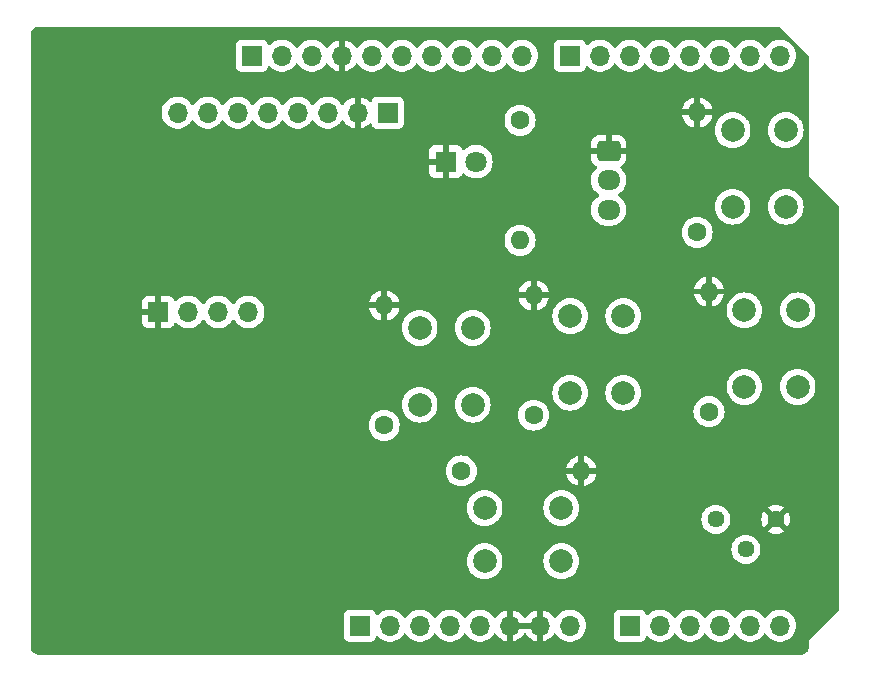
<source format=gbr>
%TF.GenerationSoftware,KiCad,Pcbnew,8.0.8*%
%TF.CreationDate,2025-02-03T13:38:40-07:00*%
%TF.ProjectId,Uno_Shield_ThermoProbe,556e6f5f-5368-4696-956c-645f54686572,rev?*%
%TF.SameCoordinates,Original*%
%TF.FileFunction,Copper,L2,Bot*%
%TF.FilePolarity,Positive*%
%FSLAX46Y46*%
G04 Gerber Fmt 4.6, Leading zero omitted, Abs format (unit mm)*
G04 Created by KiCad (PCBNEW 8.0.8) date 2025-02-03 13:38:40*
%MOMM*%
%LPD*%
G01*
G04 APERTURE LIST*
G04 Aperture macros list*
%AMRoundRect*
0 Rectangle with rounded corners*
0 $1 Rounding radius*
0 $2 $3 $4 $5 $6 $7 $8 $9 X,Y pos of 4 corners*
0 Add a 4 corners polygon primitive as box body*
4,1,4,$2,$3,$4,$5,$6,$7,$8,$9,$2,$3,0*
0 Add four circle primitives for the rounded corners*
1,1,$1+$1,$2,$3*
1,1,$1+$1,$4,$5*
1,1,$1+$1,$6,$7*
1,1,$1+$1,$8,$9*
0 Add four rect primitives between the rounded corners*
20,1,$1+$1,$2,$3,$4,$5,0*
20,1,$1+$1,$4,$5,$6,$7,0*
20,1,$1+$1,$6,$7,$8,$9,0*
20,1,$1+$1,$8,$9,$2,$3,0*%
G04 Aperture macros list end*
%TA.AperFunction,ComponentPad*%
%ADD10C,2.000000*%
%TD*%
%TA.AperFunction,ComponentPad*%
%ADD11C,1.440000*%
%TD*%
%TA.AperFunction,ComponentPad*%
%ADD12O,1.600000X1.600000*%
%TD*%
%TA.AperFunction,ComponentPad*%
%ADD13C,1.600000*%
%TD*%
%TA.AperFunction,ComponentPad*%
%ADD14R,1.700000X1.700000*%
%TD*%
%TA.AperFunction,ComponentPad*%
%ADD15O,1.700000X1.700000*%
%TD*%
%TA.AperFunction,ComponentPad*%
%ADD16RoundRect,0.250000X-0.725000X0.600000X-0.725000X-0.600000X0.725000X-0.600000X0.725000X0.600000X0*%
%TD*%
%TA.AperFunction,ComponentPad*%
%ADD17O,1.950000X1.700000*%
%TD*%
%TA.AperFunction,ComponentPad*%
%ADD18R,1.800000X1.800000*%
%TD*%
%TA.AperFunction,ComponentPad*%
%ADD19C,1.800000*%
%TD*%
G04 APERTURE END LIST*
D10*
%TO.P,SW5,1,A*%
%TO.N,/Button_Light*%
X133000000Y-78750000D03*
X133000000Y-72250000D03*
%TO.P,SW5,2,B*%
%TO.N,+5V*%
X137500000Y-78750000D03*
X137500000Y-72250000D03*
%TD*%
%TO.P,SW4,1,A*%
%TO.N,/Button_OnOff*%
X138500000Y-87500000D03*
X145000000Y-87500000D03*
%TO.P,SW4,2,B*%
%TO.N,+5V*%
X138500000Y-92000000D03*
X145000000Y-92000000D03*
%TD*%
%TO.P,SW3,1,A*%
%TO.N,/Button_Units*%
X145750000Y-77750000D03*
X145750000Y-71250000D03*
%TO.P,SW3,2,B*%
%TO.N,+5V*%
X150250000Y-77750000D03*
X150250000Y-71250000D03*
%TD*%
%TO.P,SW2,2,B*%
%TO.N,+5V*%
X164000000Y-55500000D03*
X164000000Y-62000000D03*
%TO.P,SW2,1,A*%
%TO.N,/Button_Cal*%
X159500000Y-55500000D03*
X159500000Y-62000000D03*
%TD*%
%TO.P,SW1,2,B*%
%TO.N,+5V*%
X165000000Y-70750000D03*
X165000000Y-77250000D03*
%TO.P,SW1,1,A*%
%TO.N,/Button_Lock*%
X160500000Y-70750000D03*
X160500000Y-77250000D03*
%TD*%
D11*
%TO.P,RV1,1,1*%
%TO.N,+5V*%
X158080000Y-88460000D03*
%TO.P,RV1,2,2*%
%TO.N,/Temp_POT*%
X160620000Y-91000000D03*
%TO.P,RV1,3,3*%
%TO.N,GND*%
X163160000Y-88460000D03*
%TD*%
D12*
%TO.P,R6,2*%
%TO.N,GND*%
X130000000Y-70340000D03*
D13*
%TO.P,R6,1*%
%TO.N,/Button_Light*%
X130000000Y-80500000D03*
%TD*%
%TO.P,R5,1*%
%TO.N,/Button_OnOff*%
X136530000Y-84360000D03*
D12*
%TO.P,R5,2*%
%TO.N,GND*%
X146690000Y-84360000D03*
%TD*%
D13*
%TO.P,R4,1*%
%TO.N,/Button_Units*%
X142660000Y-79640000D03*
D12*
%TO.P,R4,2*%
%TO.N,GND*%
X142660000Y-69480000D03*
%TD*%
%TO.P,R3,2*%
%TO.N,GND*%
X156500000Y-54000000D03*
D13*
%TO.P,R3,1*%
%TO.N,/Button_Cal*%
X156500000Y-64160000D03*
%TD*%
D12*
%TO.P,R2,2*%
%TO.N,GND*%
X157500000Y-69170000D03*
D13*
%TO.P,R2,1*%
%TO.N,/Button_Lock*%
X157500000Y-79330000D03*
%TD*%
%TO.P,R1,1*%
%TO.N,/LED_Backlight*%
X141500000Y-54670000D03*
D12*
%TO.P,R1,2*%
%TO.N,Net-(D1-A)*%
X141500000Y-64830000D03*
%TD*%
D14*
%TO.P,J7,1,Pin_1*%
%TO.N,GND*%
X110880000Y-70900000D03*
D15*
%TO.P,J7,2,Pin_2*%
%TO.N,+5V*%
X113420000Y-70900000D03*
%TO.P,J7,3,Pin_3*%
%TO.N,/I2C_SCL*%
X115960000Y-70900000D03*
%TO.P,J7,4,Pin_4*%
%TO.N,/I2C_SDA*%
X118500000Y-70900000D03*
%TD*%
D16*
%TO.P,J5,1,Pin_1*%
%TO.N,GND*%
X149000000Y-57250000D03*
D17*
%TO.P,J5,2,Pin_2*%
%TO.N,/Temp_Sensor*%
X149000000Y-59750000D03*
%TO.P,J5,3,Pin_3*%
%TO.N,+5V*%
X149000000Y-62250000D03*
%TD*%
D18*
%TO.P,D1,1,K*%
%TO.N,GND*%
X135225000Y-58170000D03*
D19*
%TO.P,D1,2,A*%
%TO.N,Net-(D1-A)*%
X137765000Y-58170000D03*
%TD*%
D14*
%TO.P,J1,1,Pin_1*%
%TO.N,unconnected-(J1-Pin_1-Pad1)*%
X127940000Y-97460000D03*
D15*
%TO.P,J1,2,Pin_2*%
%TO.N,/IOREF*%
X130480000Y-97460000D03*
%TO.P,J1,3,Pin_3*%
%TO.N,/~{RESET}*%
X133020000Y-97460000D03*
%TO.P,J1,4,Pin_4*%
%TO.N,+3V3*%
X135560000Y-97460000D03*
%TO.P,J1,5,Pin_5*%
%TO.N,+5V*%
X138100000Y-97460000D03*
%TO.P,J1,6,Pin_6*%
%TO.N,GND*%
X140640000Y-97460000D03*
%TO.P,J1,7,Pin_7*%
X143180000Y-97460000D03*
%TO.P,J1,8,Pin_8*%
%TO.N,VCC*%
X145720000Y-97460000D03*
%TD*%
D14*
%TO.P,J3,1,Pin_1*%
%TO.N,/Temp_POT*%
X150800000Y-97460000D03*
D15*
%TO.P,J3,2,Pin_2*%
%TO.N,/A1*%
X153340000Y-97460000D03*
%TO.P,J3,3,Pin_3*%
%TO.N,/A2*%
X155880000Y-97460000D03*
%TO.P,J3,4,Pin_4*%
%TO.N,/A3*%
X158420000Y-97460000D03*
%TO.P,J3,5,Pin_5*%
%TO.N,/SDA{slash}A4*%
X160960000Y-97460000D03*
%TO.P,J3,6,Pin_6*%
%TO.N,/SCL{slash}A5*%
X163500000Y-97460000D03*
%TD*%
%TO.P,J2,10,Pin_10*%
%TO.N,/Temp_Sensor*%
X141656000Y-49200000D03*
%TO.P,J2,9,Pin_9*%
%TO.N,/LED_Backlight*%
X139116000Y-49200000D03*
%TO.P,J2,8,Pin_8*%
%TO.N,/\u002A10*%
X136576000Y-49200000D03*
%TO.P,J2,7,Pin_7*%
%TO.N,/\u002A11*%
X134036000Y-49200000D03*
%TO.P,J2,6,Pin_6*%
%TO.N,/12*%
X131496000Y-49200000D03*
%TO.P,J2,5,Pin_5*%
%TO.N,/Button_Light*%
X128956000Y-49200000D03*
%TO.P,J2,4,Pin_4*%
%TO.N,GND*%
X126416000Y-49200000D03*
%TO.P,J2,3,Pin_3*%
%TO.N,/AREF*%
X123876000Y-49200000D03*
%TO.P,J2,2,Pin_2*%
%TO.N,/I2C_SCL*%
X121336000Y-49200000D03*
D14*
%TO.P,J2,1,Pin_1*%
%TO.N,/I2C_SDA*%
X118796000Y-49200000D03*
%TD*%
D15*
%TO.P,J4,8,Pin_8*%
%TO.N,/RX{slash}0*%
X163500000Y-49200000D03*
%TO.P,J4,7,Pin_7*%
%TO.N,/TX{slash}1*%
X160960000Y-49200000D03*
%TO.P,J4,6,Pin_6*%
%TO.N,/Button_Cal*%
X158420000Y-49200000D03*
%TO.P,J4,5,Pin_5*%
%TO.N,/Button_Lock*%
X155880000Y-49200000D03*
%TO.P,J4,4,Pin_4*%
%TO.N,/Button_OnOff*%
X153340000Y-49200000D03*
%TO.P,J4,3,Pin_3*%
%TO.N,/Button_Units*%
X150800000Y-49200000D03*
%TO.P,J4,2,Pin_2*%
%TO.N,unconnected-(J4-Pin_2-Pad2)*%
X148260000Y-49200000D03*
D14*
%TO.P,J4,1,Pin_1*%
%TO.N,/7*%
X145720000Y-49200000D03*
%TD*%
%TO.P,J6,1,Pin_1*%
%TO.N,+5V*%
X130290000Y-54025000D03*
D15*
%TO.P,J6,2,Pin_2*%
%TO.N,GND*%
X127750000Y-54025000D03*
%TO.P,J6,3,Pin_3*%
%TO.N,/I2C_SCL*%
X125210000Y-54025000D03*
%TO.P,J6,4,Pin_4*%
%TO.N,/I2C_SDA*%
X122670000Y-54025000D03*
%TO.P,J6,5,Pin_5*%
%TO.N,unconnected-(J6-Pin_5-Pad5)*%
X120130000Y-54025000D03*
%TO.P,J6,6,Pin_6*%
%TO.N,unconnected-(J6-Pin_6-Pad6)*%
X117590000Y-54025000D03*
%TO.P,J6,7,Pin_7*%
%TO.N,unconnected-(J6-Pin_7-Pad7)*%
X115050000Y-54025000D03*
%TO.P,J6,8,Pin_8*%
%TO.N,unconnected-(J6-Pin_8-Pad8)*%
X112510000Y-54025000D03*
%TD*%
%TA.AperFunction,Conductor*%
%TO.N,GND*%
G36*
X142714075Y-97267007D02*
G01*
X142680000Y-97394174D01*
X142680000Y-97525826D01*
X142714075Y-97652993D01*
X142746988Y-97710000D01*
X141073012Y-97710000D01*
X141105925Y-97652993D01*
X141140000Y-97525826D01*
X141140000Y-97394174D01*
X141105925Y-97267007D01*
X141073012Y-97210000D01*
X142746988Y-97210000D01*
X142714075Y-97267007D01*
G37*
%TD.AperFunction*%
%TA.AperFunction,Conductor*%
G36*
X163484404Y-46755185D02*
G01*
X163505046Y-46771819D01*
X165928181Y-49194954D01*
X165961666Y-49256277D01*
X165964500Y-49282635D01*
X165964500Y-59344982D01*
X165964500Y-59375018D01*
X165975994Y-59402767D01*
X165975995Y-59402768D01*
X168468181Y-61894954D01*
X168501666Y-61956277D01*
X168504500Y-61982635D01*
X168504500Y-96107364D01*
X168484815Y-96174403D01*
X168468181Y-96195045D01*
X165997233Y-98665994D01*
X165975995Y-98687231D01*
X165964500Y-98714982D01*
X165964500Y-99231907D01*
X165963903Y-99244062D01*
X165952505Y-99359778D01*
X165947763Y-99383618D01*
X165917832Y-99482290D01*
X165915789Y-99489024D01*
X165906486Y-99511482D01*
X165854561Y-99608627D01*
X165841056Y-99628839D01*
X165771176Y-99713988D01*
X165753988Y-99731176D01*
X165668839Y-99801056D01*
X165648627Y-99814561D01*
X165551482Y-99866486D01*
X165529028Y-99875787D01*
X165487028Y-99888528D01*
X165423618Y-99907763D01*
X165399778Y-99912505D01*
X165291162Y-99923203D01*
X165284060Y-99923903D01*
X165271907Y-99924500D01*
X100768093Y-99924500D01*
X100755939Y-99923903D01*
X100747995Y-99923120D01*
X100640221Y-99912505D01*
X100616381Y-99907763D01*
X100599445Y-99902625D01*
X100510968Y-99875786D01*
X100488517Y-99866486D01*
X100391372Y-99814561D01*
X100371160Y-99801056D01*
X100286011Y-99731176D01*
X100268823Y-99713988D01*
X100198943Y-99628839D01*
X100185438Y-99608627D01*
X100133510Y-99511476D01*
X100124215Y-99489037D01*
X100092234Y-99383612D01*
X100087494Y-99359777D01*
X100076097Y-99244061D01*
X100075500Y-99231907D01*
X100075500Y-96561345D01*
X126581500Y-96561345D01*
X126581500Y-98358654D01*
X126588011Y-98419202D01*
X126588011Y-98419204D01*
X126639111Y-98556204D01*
X126726739Y-98673261D01*
X126843796Y-98760889D01*
X126980799Y-98811989D01*
X127008050Y-98814918D01*
X127041345Y-98818499D01*
X127041362Y-98818500D01*
X128838638Y-98818500D01*
X128838654Y-98818499D01*
X128865692Y-98815591D01*
X128899201Y-98811989D01*
X129036204Y-98760889D01*
X129153261Y-98673261D01*
X129240889Y-98556204D01*
X129286138Y-98434887D01*
X129328009Y-98378956D01*
X129393474Y-98354539D01*
X129461746Y-98369391D01*
X129493545Y-98394236D01*
X129556760Y-98462906D01*
X129734424Y-98601189D01*
X129734425Y-98601189D01*
X129734427Y-98601191D01*
X129861135Y-98669761D01*
X129932426Y-98708342D01*
X130145365Y-98781444D01*
X130367431Y-98818500D01*
X130592569Y-98818500D01*
X130814635Y-98781444D01*
X131027574Y-98708342D01*
X131225576Y-98601189D01*
X131403240Y-98462906D01*
X131524594Y-98331082D01*
X131555715Y-98297276D01*
X131555715Y-98297275D01*
X131555722Y-98297268D01*
X131646193Y-98158790D01*
X131699338Y-98113437D01*
X131768569Y-98104013D01*
X131831905Y-98133515D01*
X131853804Y-98158787D01*
X131944278Y-98297268D01*
X131944283Y-98297273D01*
X131944284Y-98297276D01*
X132070968Y-98434889D01*
X132096760Y-98462906D01*
X132274424Y-98601189D01*
X132274425Y-98601189D01*
X132274427Y-98601191D01*
X132401135Y-98669761D01*
X132472426Y-98708342D01*
X132685365Y-98781444D01*
X132907431Y-98818500D01*
X133132569Y-98818500D01*
X133354635Y-98781444D01*
X133567574Y-98708342D01*
X133765576Y-98601189D01*
X133943240Y-98462906D01*
X134064594Y-98331082D01*
X134095715Y-98297276D01*
X134095715Y-98297275D01*
X134095722Y-98297268D01*
X134186193Y-98158790D01*
X134239338Y-98113437D01*
X134308569Y-98104013D01*
X134371905Y-98133515D01*
X134393804Y-98158787D01*
X134484278Y-98297268D01*
X134484283Y-98297273D01*
X134484284Y-98297276D01*
X134610968Y-98434889D01*
X134636760Y-98462906D01*
X134814424Y-98601189D01*
X134814425Y-98601189D01*
X134814427Y-98601191D01*
X134941135Y-98669761D01*
X135012426Y-98708342D01*
X135225365Y-98781444D01*
X135447431Y-98818500D01*
X135672569Y-98818500D01*
X135894635Y-98781444D01*
X136107574Y-98708342D01*
X136305576Y-98601189D01*
X136483240Y-98462906D01*
X136604594Y-98331082D01*
X136635715Y-98297276D01*
X136635715Y-98297275D01*
X136635722Y-98297268D01*
X136726193Y-98158790D01*
X136779338Y-98113437D01*
X136848569Y-98104013D01*
X136911905Y-98133515D01*
X136933804Y-98158787D01*
X137024278Y-98297268D01*
X137024283Y-98297273D01*
X137024284Y-98297276D01*
X137150968Y-98434889D01*
X137176760Y-98462906D01*
X137354424Y-98601189D01*
X137354425Y-98601189D01*
X137354427Y-98601191D01*
X137481135Y-98669761D01*
X137552426Y-98708342D01*
X137765365Y-98781444D01*
X137987431Y-98818500D01*
X138212569Y-98818500D01*
X138434635Y-98781444D01*
X138647574Y-98708342D01*
X138845576Y-98601189D01*
X139023240Y-98462906D01*
X139144594Y-98331082D01*
X139175715Y-98297276D01*
X139175715Y-98297275D01*
X139175722Y-98297268D01*
X139269749Y-98153347D01*
X139322894Y-98107994D01*
X139392125Y-98098570D01*
X139455461Y-98128072D01*
X139475130Y-98150048D01*
X139601890Y-98331078D01*
X139768917Y-98498105D01*
X139962421Y-98633600D01*
X140176507Y-98733429D01*
X140176516Y-98733433D01*
X140390000Y-98790634D01*
X140390000Y-97893012D01*
X140447007Y-97925925D01*
X140574174Y-97960000D01*
X140705826Y-97960000D01*
X140832993Y-97925925D01*
X140890000Y-97893012D01*
X140890000Y-98790633D01*
X141103483Y-98733433D01*
X141103492Y-98733429D01*
X141317578Y-98633600D01*
X141511082Y-98498105D01*
X141678105Y-98331082D01*
X141808425Y-98144968D01*
X141863002Y-98101344D01*
X141932501Y-98094151D01*
X141994855Y-98125673D01*
X142011575Y-98144968D01*
X142141894Y-98331082D01*
X142308917Y-98498105D01*
X142502421Y-98633600D01*
X142716507Y-98733429D01*
X142716516Y-98733433D01*
X142930000Y-98790634D01*
X142930000Y-97893012D01*
X142987007Y-97925925D01*
X143114174Y-97960000D01*
X143245826Y-97960000D01*
X143372993Y-97925925D01*
X143430000Y-97893012D01*
X143430000Y-98790633D01*
X143643483Y-98733433D01*
X143643492Y-98733429D01*
X143857578Y-98633600D01*
X144051082Y-98498105D01*
X144218105Y-98331082D01*
X144344868Y-98150048D01*
X144399445Y-98106423D01*
X144468944Y-98099231D01*
X144531298Y-98130753D01*
X144550251Y-98153350D01*
X144644276Y-98297265D01*
X144644284Y-98297276D01*
X144770968Y-98434889D01*
X144796760Y-98462906D01*
X144974424Y-98601189D01*
X144974425Y-98601189D01*
X144974427Y-98601191D01*
X145101135Y-98669761D01*
X145172426Y-98708342D01*
X145385365Y-98781444D01*
X145607431Y-98818500D01*
X145832569Y-98818500D01*
X146054635Y-98781444D01*
X146267574Y-98708342D01*
X146465576Y-98601189D01*
X146643240Y-98462906D01*
X146764594Y-98331082D01*
X146795715Y-98297276D01*
X146795717Y-98297273D01*
X146795722Y-98297268D01*
X146918860Y-98108791D01*
X147009296Y-97902616D01*
X147064564Y-97684368D01*
X147067164Y-97652993D01*
X147083156Y-97460005D01*
X147083156Y-97459994D01*
X147064565Y-97235640D01*
X147064563Y-97235628D01*
X147009296Y-97017385D01*
X146999071Y-96994075D01*
X146918860Y-96811209D01*
X146902706Y-96786484D01*
X146795723Y-96622734D01*
X146795715Y-96622723D01*
X146739212Y-96561345D01*
X149441500Y-96561345D01*
X149441500Y-98358654D01*
X149448011Y-98419202D01*
X149448011Y-98419204D01*
X149499111Y-98556204D01*
X149586739Y-98673261D01*
X149703796Y-98760889D01*
X149840799Y-98811989D01*
X149868050Y-98814918D01*
X149901345Y-98818499D01*
X149901362Y-98818500D01*
X151698638Y-98818500D01*
X151698654Y-98818499D01*
X151725692Y-98815591D01*
X151759201Y-98811989D01*
X151896204Y-98760889D01*
X152013261Y-98673261D01*
X152100889Y-98556204D01*
X152146138Y-98434887D01*
X152188009Y-98378956D01*
X152253474Y-98354539D01*
X152321746Y-98369391D01*
X152353545Y-98394236D01*
X152416760Y-98462906D01*
X152594424Y-98601189D01*
X152594425Y-98601189D01*
X152594427Y-98601191D01*
X152721135Y-98669761D01*
X152792426Y-98708342D01*
X153005365Y-98781444D01*
X153227431Y-98818500D01*
X153452569Y-98818500D01*
X153674635Y-98781444D01*
X153887574Y-98708342D01*
X154085576Y-98601189D01*
X154263240Y-98462906D01*
X154384594Y-98331082D01*
X154415715Y-98297276D01*
X154415715Y-98297275D01*
X154415722Y-98297268D01*
X154506193Y-98158790D01*
X154559338Y-98113437D01*
X154628569Y-98104013D01*
X154691905Y-98133515D01*
X154713804Y-98158787D01*
X154804278Y-98297268D01*
X154804283Y-98297273D01*
X154804284Y-98297276D01*
X154930968Y-98434889D01*
X154956760Y-98462906D01*
X155134424Y-98601189D01*
X155134425Y-98601189D01*
X155134427Y-98601191D01*
X155261135Y-98669761D01*
X155332426Y-98708342D01*
X155545365Y-98781444D01*
X155767431Y-98818500D01*
X155992569Y-98818500D01*
X156214635Y-98781444D01*
X156427574Y-98708342D01*
X156625576Y-98601189D01*
X156803240Y-98462906D01*
X156924594Y-98331082D01*
X156955715Y-98297276D01*
X156955715Y-98297275D01*
X156955722Y-98297268D01*
X157046193Y-98158790D01*
X157099338Y-98113437D01*
X157168569Y-98104013D01*
X157231905Y-98133515D01*
X157253804Y-98158787D01*
X157344278Y-98297268D01*
X157344283Y-98297273D01*
X157344284Y-98297276D01*
X157470968Y-98434889D01*
X157496760Y-98462906D01*
X157674424Y-98601189D01*
X157674425Y-98601189D01*
X157674427Y-98601191D01*
X157801135Y-98669761D01*
X157872426Y-98708342D01*
X158085365Y-98781444D01*
X158307431Y-98818500D01*
X158532569Y-98818500D01*
X158754635Y-98781444D01*
X158967574Y-98708342D01*
X159165576Y-98601189D01*
X159343240Y-98462906D01*
X159464594Y-98331082D01*
X159495715Y-98297276D01*
X159495715Y-98297275D01*
X159495722Y-98297268D01*
X159586193Y-98158790D01*
X159639338Y-98113437D01*
X159708569Y-98104013D01*
X159771905Y-98133515D01*
X159793804Y-98158787D01*
X159884278Y-98297268D01*
X159884283Y-98297273D01*
X159884284Y-98297276D01*
X160010968Y-98434889D01*
X160036760Y-98462906D01*
X160214424Y-98601189D01*
X160214425Y-98601189D01*
X160214427Y-98601191D01*
X160341135Y-98669761D01*
X160412426Y-98708342D01*
X160625365Y-98781444D01*
X160847431Y-98818500D01*
X161072569Y-98818500D01*
X161294635Y-98781444D01*
X161507574Y-98708342D01*
X161705576Y-98601189D01*
X161883240Y-98462906D01*
X162004594Y-98331082D01*
X162035715Y-98297276D01*
X162035715Y-98297275D01*
X162035722Y-98297268D01*
X162126193Y-98158790D01*
X162179338Y-98113437D01*
X162248569Y-98104013D01*
X162311905Y-98133515D01*
X162333804Y-98158787D01*
X162424278Y-98297268D01*
X162424283Y-98297273D01*
X162424284Y-98297276D01*
X162550968Y-98434889D01*
X162576760Y-98462906D01*
X162754424Y-98601189D01*
X162754425Y-98601189D01*
X162754427Y-98601191D01*
X162881135Y-98669761D01*
X162952426Y-98708342D01*
X163165365Y-98781444D01*
X163387431Y-98818500D01*
X163612569Y-98818500D01*
X163834635Y-98781444D01*
X164047574Y-98708342D01*
X164245576Y-98601189D01*
X164423240Y-98462906D01*
X164544594Y-98331082D01*
X164575715Y-98297276D01*
X164575717Y-98297273D01*
X164575722Y-98297268D01*
X164698860Y-98108791D01*
X164789296Y-97902616D01*
X164844564Y-97684368D01*
X164847164Y-97652993D01*
X164863156Y-97460005D01*
X164863156Y-97459994D01*
X164844565Y-97235640D01*
X164844563Y-97235628D01*
X164789296Y-97017385D01*
X164779071Y-96994075D01*
X164698860Y-96811209D01*
X164682706Y-96786484D01*
X164575723Y-96622734D01*
X164575715Y-96622723D01*
X164423243Y-96457097D01*
X164423238Y-96457092D01*
X164245577Y-96318812D01*
X164245572Y-96318808D01*
X164047580Y-96211661D01*
X164047577Y-96211659D01*
X164047574Y-96211658D01*
X164047571Y-96211657D01*
X164047569Y-96211656D01*
X163834637Y-96138556D01*
X163612569Y-96101500D01*
X163387431Y-96101500D01*
X163165362Y-96138556D01*
X162952430Y-96211656D01*
X162952419Y-96211661D01*
X162754427Y-96318808D01*
X162754422Y-96318812D01*
X162576761Y-96457092D01*
X162576756Y-96457097D01*
X162424284Y-96622723D01*
X162424276Y-96622734D01*
X162333808Y-96761206D01*
X162280662Y-96806562D01*
X162211431Y-96815986D01*
X162148095Y-96786484D01*
X162126192Y-96761206D01*
X162035723Y-96622734D01*
X162035715Y-96622723D01*
X161883243Y-96457097D01*
X161883238Y-96457092D01*
X161705577Y-96318812D01*
X161705572Y-96318808D01*
X161507580Y-96211661D01*
X161507577Y-96211659D01*
X161507574Y-96211658D01*
X161507571Y-96211657D01*
X161507569Y-96211656D01*
X161294637Y-96138556D01*
X161072569Y-96101500D01*
X160847431Y-96101500D01*
X160625362Y-96138556D01*
X160412430Y-96211656D01*
X160412419Y-96211661D01*
X160214427Y-96318808D01*
X160214422Y-96318812D01*
X160036761Y-96457092D01*
X160036756Y-96457097D01*
X159884284Y-96622723D01*
X159884276Y-96622734D01*
X159793808Y-96761206D01*
X159740662Y-96806562D01*
X159671431Y-96815986D01*
X159608095Y-96786484D01*
X159586192Y-96761206D01*
X159495723Y-96622734D01*
X159495715Y-96622723D01*
X159343243Y-96457097D01*
X159343238Y-96457092D01*
X159165577Y-96318812D01*
X159165572Y-96318808D01*
X158967580Y-96211661D01*
X158967577Y-96211659D01*
X158967574Y-96211658D01*
X158967571Y-96211657D01*
X158967569Y-96211656D01*
X158754637Y-96138556D01*
X158532569Y-96101500D01*
X158307431Y-96101500D01*
X158085362Y-96138556D01*
X157872430Y-96211656D01*
X157872419Y-96211661D01*
X157674427Y-96318808D01*
X157674422Y-96318812D01*
X157496761Y-96457092D01*
X157496756Y-96457097D01*
X157344284Y-96622723D01*
X157344276Y-96622734D01*
X157253808Y-96761206D01*
X157200662Y-96806562D01*
X157131431Y-96815986D01*
X157068095Y-96786484D01*
X157046192Y-96761206D01*
X156955723Y-96622734D01*
X156955715Y-96622723D01*
X156803243Y-96457097D01*
X156803238Y-96457092D01*
X156625577Y-96318812D01*
X156625572Y-96318808D01*
X156427580Y-96211661D01*
X156427577Y-96211659D01*
X156427574Y-96211658D01*
X156427571Y-96211657D01*
X156427569Y-96211656D01*
X156214637Y-96138556D01*
X155992569Y-96101500D01*
X155767431Y-96101500D01*
X155545362Y-96138556D01*
X155332430Y-96211656D01*
X155332419Y-96211661D01*
X155134427Y-96318808D01*
X155134422Y-96318812D01*
X154956761Y-96457092D01*
X154956756Y-96457097D01*
X154804284Y-96622723D01*
X154804276Y-96622734D01*
X154713808Y-96761206D01*
X154660662Y-96806562D01*
X154591431Y-96815986D01*
X154528095Y-96786484D01*
X154506192Y-96761206D01*
X154415723Y-96622734D01*
X154415715Y-96622723D01*
X154263243Y-96457097D01*
X154263238Y-96457092D01*
X154085577Y-96318812D01*
X154085572Y-96318808D01*
X153887580Y-96211661D01*
X153887577Y-96211659D01*
X153887574Y-96211658D01*
X153887571Y-96211657D01*
X153887569Y-96211656D01*
X153674637Y-96138556D01*
X153452569Y-96101500D01*
X153227431Y-96101500D01*
X153005362Y-96138556D01*
X152792430Y-96211656D01*
X152792419Y-96211661D01*
X152594427Y-96318808D01*
X152594422Y-96318812D01*
X152416761Y-96457092D01*
X152353548Y-96525760D01*
X152293661Y-96561750D01*
X152223823Y-96559649D01*
X152166207Y-96520124D01*
X152146138Y-96485110D01*
X152100889Y-96363796D01*
X152067214Y-96318812D01*
X152013261Y-96246739D01*
X151896204Y-96159111D01*
X151895172Y-96158726D01*
X151759203Y-96108011D01*
X151698654Y-96101500D01*
X151698638Y-96101500D01*
X149901362Y-96101500D01*
X149901345Y-96101500D01*
X149840797Y-96108011D01*
X149840795Y-96108011D01*
X149703795Y-96159111D01*
X149586739Y-96246739D01*
X149499111Y-96363795D01*
X149448011Y-96500795D01*
X149448011Y-96500797D01*
X149441500Y-96561345D01*
X146739212Y-96561345D01*
X146643243Y-96457097D01*
X146643238Y-96457092D01*
X146465577Y-96318812D01*
X146465572Y-96318808D01*
X146267580Y-96211661D01*
X146267577Y-96211659D01*
X146267574Y-96211658D01*
X146267571Y-96211657D01*
X146267569Y-96211656D01*
X146054637Y-96138556D01*
X145832569Y-96101500D01*
X145607431Y-96101500D01*
X145385362Y-96138556D01*
X145172430Y-96211656D01*
X145172419Y-96211661D01*
X144974427Y-96318808D01*
X144974422Y-96318812D01*
X144796761Y-96457092D01*
X144796756Y-96457097D01*
X144644284Y-96622723D01*
X144644276Y-96622734D01*
X144550251Y-96766650D01*
X144497105Y-96812007D01*
X144427873Y-96821430D01*
X144364538Y-96791928D01*
X144344868Y-96769951D01*
X144218113Y-96588926D01*
X144218108Y-96588920D01*
X144051082Y-96421894D01*
X143857578Y-96286399D01*
X143643492Y-96186570D01*
X143643486Y-96186567D01*
X143430000Y-96129364D01*
X143430000Y-97026988D01*
X143372993Y-96994075D01*
X143245826Y-96960000D01*
X143114174Y-96960000D01*
X142987007Y-96994075D01*
X142930000Y-97026988D01*
X142930000Y-96129364D01*
X142929999Y-96129364D01*
X142716513Y-96186567D01*
X142716507Y-96186570D01*
X142502422Y-96286399D01*
X142502420Y-96286400D01*
X142308926Y-96421886D01*
X142308920Y-96421891D01*
X142141891Y-96588920D01*
X142141890Y-96588922D01*
X142011575Y-96775031D01*
X141956998Y-96818655D01*
X141887499Y-96825848D01*
X141825145Y-96794326D01*
X141808425Y-96775031D01*
X141678109Y-96588922D01*
X141678108Y-96588920D01*
X141511082Y-96421894D01*
X141317578Y-96286399D01*
X141103492Y-96186570D01*
X141103486Y-96186567D01*
X140890000Y-96129364D01*
X140890000Y-97026988D01*
X140832993Y-96994075D01*
X140705826Y-96960000D01*
X140574174Y-96960000D01*
X140447007Y-96994075D01*
X140390000Y-97026988D01*
X140390000Y-96129364D01*
X140389999Y-96129364D01*
X140176513Y-96186567D01*
X140176507Y-96186570D01*
X139962422Y-96286399D01*
X139962420Y-96286400D01*
X139768926Y-96421886D01*
X139768920Y-96421891D01*
X139601891Y-96588920D01*
X139601890Y-96588922D01*
X139475131Y-96769952D01*
X139420554Y-96813577D01*
X139351055Y-96820769D01*
X139288701Y-96789247D01*
X139269752Y-96766656D01*
X139175722Y-96622732D01*
X139175715Y-96622725D01*
X139175715Y-96622723D01*
X139023243Y-96457097D01*
X139023238Y-96457092D01*
X138845577Y-96318812D01*
X138845572Y-96318808D01*
X138647580Y-96211661D01*
X138647577Y-96211659D01*
X138647574Y-96211658D01*
X138647571Y-96211657D01*
X138647569Y-96211656D01*
X138434637Y-96138556D01*
X138212569Y-96101500D01*
X137987431Y-96101500D01*
X137765362Y-96138556D01*
X137552430Y-96211656D01*
X137552419Y-96211661D01*
X137354427Y-96318808D01*
X137354422Y-96318812D01*
X137176761Y-96457092D01*
X137176756Y-96457097D01*
X137024284Y-96622723D01*
X137024276Y-96622734D01*
X136933808Y-96761206D01*
X136880662Y-96806562D01*
X136811431Y-96815986D01*
X136748095Y-96786484D01*
X136726192Y-96761206D01*
X136635723Y-96622734D01*
X136635715Y-96622723D01*
X136483243Y-96457097D01*
X136483238Y-96457092D01*
X136305577Y-96318812D01*
X136305572Y-96318808D01*
X136107580Y-96211661D01*
X136107577Y-96211659D01*
X136107574Y-96211658D01*
X136107571Y-96211657D01*
X136107569Y-96211656D01*
X135894637Y-96138556D01*
X135672569Y-96101500D01*
X135447431Y-96101500D01*
X135225362Y-96138556D01*
X135012430Y-96211656D01*
X135012419Y-96211661D01*
X134814427Y-96318808D01*
X134814422Y-96318812D01*
X134636761Y-96457092D01*
X134636756Y-96457097D01*
X134484284Y-96622723D01*
X134484276Y-96622734D01*
X134393808Y-96761206D01*
X134340662Y-96806562D01*
X134271431Y-96815986D01*
X134208095Y-96786484D01*
X134186192Y-96761206D01*
X134095723Y-96622734D01*
X134095715Y-96622723D01*
X133943243Y-96457097D01*
X133943238Y-96457092D01*
X133765577Y-96318812D01*
X133765572Y-96318808D01*
X133567580Y-96211661D01*
X133567577Y-96211659D01*
X133567574Y-96211658D01*
X133567571Y-96211657D01*
X133567569Y-96211656D01*
X133354637Y-96138556D01*
X133132569Y-96101500D01*
X132907431Y-96101500D01*
X132685362Y-96138556D01*
X132472430Y-96211656D01*
X132472419Y-96211661D01*
X132274427Y-96318808D01*
X132274422Y-96318812D01*
X132096761Y-96457092D01*
X132096756Y-96457097D01*
X131944284Y-96622723D01*
X131944276Y-96622734D01*
X131853808Y-96761206D01*
X131800662Y-96806562D01*
X131731431Y-96815986D01*
X131668095Y-96786484D01*
X131646192Y-96761206D01*
X131555723Y-96622734D01*
X131555715Y-96622723D01*
X131403243Y-96457097D01*
X131403238Y-96457092D01*
X131225577Y-96318812D01*
X131225572Y-96318808D01*
X131027580Y-96211661D01*
X131027577Y-96211659D01*
X131027574Y-96211658D01*
X131027571Y-96211657D01*
X131027569Y-96211656D01*
X130814637Y-96138556D01*
X130592569Y-96101500D01*
X130367431Y-96101500D01*
X130145362Y-96138556D01*
X129932430Y-96211656D01*
X129932419Y-96211661D01*
X129734427Y-96318808D01*
X129734422Y-96318812D01*
X129556761Y-96457092D01*
X129493548Y-96525760D01*
X129433661Y-96561750D01*
X129363823Y-96559649D01*
X129306207Y-96520124D01*
X129286138Y-96485110D01*
X129240889Y-96363796D01*
X129207214Y-96318812D01*
X129153261Y-96246739D01*
X129036204Y-96159111D01*
X129035172Y-96158726D01*
X128899203Y-96108011D01*
X128838654Y-96101500D01*
X128838638Y-96101500D01*
X127041362Y-96101500D01*
X127041345Y-96101500D01*
X126980797Y-96108011D01*
X126980795Y-96108011D01*
X126843795Y-96159111D01*
X126726739Y-96246739D01*
X126639111Y-96363795D01*
X126588011Y-96500795D01*
X126588011Y-96500797D01*
X126581500Y-96561345D01*
X100075500Y-96561345D01*
X100075500Y-92000000D01*
X136986835Y-92000000D01*
X137005465Y-92236714D01*
X137060895Y-92467595D01*
X137060895Y-92467597D01*
X137151757Y-92686959D01*
X137151759Y-92686962D01*
X137275820Y-92889410D01*
X137275821Y-92889413D01*
X137275824Y-92889416D01*
X137430031Y-93069969D01*
X137569797Y-93189340D01*
X137610586Y-93224178D01*
X137610589Y-93224179D01*
X137813037Y-93348240D01*
X137813040Y-93348242D01*
X138032403Y-93439104D01*
X138032404Y-93439104D01*
X138032406Y-93439105D01*
X138263289Y-93494535D01*
X138500000Y-93513165D01*
X138736711Y-93494535D01*
X138967594Y-93439105D01*
X138967596Y-93439104D01*
X138967597Y-93439104D01*
X139186959Y-93348242D01*
X139186960Y-93348241D01*
X139186963Y-93348240D01*
X139389416Y-93224176D01*
X139569969Y-93069969D01*
X139724176Y-92889416D01*
X139848240Y-92686963D01*
X139939105Y-92467594D01*
X139994535Y-92236711D01*
X140013165Y-92000000D01*
X143486835Y-92000000D01*
X143505465Y-92236714D01*
X143560895Y-92467595D01*
X143560895Y-92467597D01*
X143651757Y-92686959D01*
X143651759Y-92686962D01*
X143775820Y-92889410D01*
X143775821Y-92889413D01*
X143775824Y-92889416D01*
X143930031Y-93069969D01*
X144069797Y-93189340D01*
X144110586Y-93224178D01*
X144110589Y-93224179D01*
X144313037Y-93348240D01*
X144313040Y-93348242D01*
X144532403Y-93439104D01*
X144532404Y-93439104D01*
X144532406Y-93439105D01*
X144763289Y-93494535D01*
X145000000Y-93513165D01*
X145236711Y-93494535D01*
X145467594Y-93439105D01*
X145467596Y-93439104D01*
X145467597Y-93439104D01*
X145686959Y-93348242D01*
X145686960Y-93348241D01*
X145686963Y-93348240D01*
X145889416Y-93224176D01*
X146069969Y-93069969D01*
X146224176Y-92889416D01*
X146348240Y-92686963D01*
X146439105Y-92467594D01*
X146494535Y-92236711D01*
X146513165Y-92000000D01*
X146494535Y-91763289D01*
X146439105Y-91532406D01*
X146439104Y-91532403D01*
X146439104Y-91532402D01*
X146348242Y-91313040D01*
X146348240Y-91313037D01*
X146224179Y-91110589D01*
X146224178Y-91110586D01*
X146129728Y-91000000D01*
X146129726Y-90999998D01*
X159386807Y-90999998D01*
X159386807Y-91000001D01*
X159405541Y-91214136D01*
X159405542Y-91214144D01*
X159461176Y-91421772D01*
X159461177Y-91421774D01*
X159461178Y-91421777D01*
X159512763Y-91532402D01*
X159552024Y-91616597D01*
X159552026Y-91616601D01*
X159675319Y-91792682D01*
X159827317Y-91944680D01*
X160003398Y-92067973D01*
X160003400Y-92067974D01*
X160003403Y-92067976D01*
X160198223Y-92158822D01*
X160405858Y-92214458D01*
X160558816Y-92227840D01*
X160619998Y-92233193D01*
X160620000Y-92233193D01*
X160620002Y-92233193D01*
X160673535Y-92228509D01*
X160834142Y-92214458D01*
X161041777Y-92158822D01*
X161236597Y-92067976D01*
X161412681Y-91944681D01*
X161564681Y-91792681D01*
X161687976Y-91616597D01*
X161778822Y-91421777D01*
X161834458Y-91214142D01*
X161853193Y-91000000D01*
X161834458Y-90785858D01*
X161778822Y-90578223D01*
X161687976Y-90383404D01*
X161564681Y-90207319D01*
X161564679Y-90207316D01*
X161412682Y-90055319D01*
X161236601Y-89932026D01*
X161236597Y-89932024D01*
X161236595Y-89932023D01*
X161041777Y-89841178D01*
X161041774Y-89841177D01*
X161041772Y-89841176D01*
X160834144Y-89785542D01*
X160834136Y-89785541D01*
X160620002Y-89766807D01*
X160619998Y-89766807D01*
X160405863Y-89785541D01*
X160405855Y-89785542D01*
X160198227Y-89841176D01*
X160198221Y-89841179D01*
X160003405Y-89932023D01*
X160003403Y-89932024D01*
X159827316Y-90055320D01*
X159675320Y-90207316D01*
X159552024Y-90383403D01*
X159552023Y-90383405D01*
X159461179Y-90578221D01*
X159461176Y-90578227D01*
X159405542Y-90785855D01*
X159405541Y-90785863D01*
X159386807Y-90999998D01*
X146129726Y-90999998D01*
X146069969Y-90930031D01*
X145950596Y-90828076D01*
X145889413Y-90775821D01*
X145889410Y-90775820D01*
X145686962Y-90651759D01*
X145686959Y-90651757D01*
X145467596Y-90560895D01*
X145236714Y-90505465D01*
X145000000Y-90486835D01*
X144763285Y-90505465D01*
X144532404Y-90560895D01*
X144532402Y-90560895D01*
X144313040Y-90651757D01*
X144313037Y-90651759D01*
X144110589Y-90775820D01*
X144110586Y-90775821D01*
X143930031Y-90930031D01*
X143775821Y-91110586D01*
X143775820Y-91110589D01*
X143651759Y-91313037D01*
X143651757Y-91313040D01*
X143560895Y-91532402D01*
X143560895Y-91532404D01*
X143505465Y-91763285D01*
X143486835Y-92000000D01*
X140013165Y-92000000D01*
X139994535Y-91763289D01*
X139939105Y-91532406D01*
X139939104Y-91532403D01*
X139939104Y-91532402D01*
X139848242Y-91313040D01*
X139848240Y-91313037D01*
X139724179Y-91110589D01*
X139724178Y-91110586D01*
X139629728Y-91000000D01*
X139569969Y-90930031D01*
X139450596Y-90828076D01*
X139389413Y-90775821D01*
X139389410Y-90775820D01*
X139186962Y-90651759D01*
X139186959Y-90651757D01*
X138967596Y-90560895D01*
X138736714Y-90505465D01*
X138500000Y-90486835D01*
X138263285Y-90505465D01*
X138032404Y-90560895D01*
X138032402Y-90560895D01*
X137813040Y-90651757D01*
X137813037Y-90651759D01*
X137610589Y-90775820D01*
X137610586Y-90775821D01*
X137430031Y-90930031D01*
X137275821Y-91110586D01*
X137275820Y-91110589D01*
X137151759Y-91313037D01*
X137151757Y-91313040D01*
X137060895Y-91532402D01*
X137060895Y-91532404D01*
X137005465Y-91763285D01*
X136986835Y-92000000D01*
X100075500Y-92000000D01*
X100075500Y-87500000D01*
X136986835Y-87500000D01*
X137005465Y-87736714D01*
X137060895Y-87967595D01*
X137060895Y-87967597D01*
X137151757Y-88186959D01*
X137151759Y-88186962D01*
X137275820Y-88389410D01*
X137275821Y-88389413D01*
X137328076Y-88450596D01*
X137430031Y-88569969D01*
X137550260Y-88672654D01*
X137610586Y-88724178D01*
X137610589Y-88724179D01*
X137813037Y-88848240D01*
X137813040Y-88848242D01*
X138032403Y-88939104D01*
X138032404Y-88939104D01*
X138032406Y-88939105D01*
X138263289Y-88994535D01*
X138500000Y-89013165D01*
X138736711Y-88994535D01*
X138967594Y-88939105D01*
X138967596Y-88939104D01*
X138967597Y-88939104D01*
X139186959Y-88848242D01*
X139186960Y-88848241D01*
X139186963Y-88848240D01*
X139389416Y-88724176D01*
X139569969Y-88569969D01*
X139724176Y-88389416D01*
X139848240Y-88186963D01*
X139889539Y-88087259D01*
X139939104Y-87967597D01*
X139939104Y-87967596D01*
X139939105Y-87967594D01*
X139994535Y-87736711D01*
X140013165Y-87500000D01*
X143486835Y-87500000D01*
X143505465Y-87736714D01*
X143560895Y-87967595D01*
X143560895Y-87967597D01*
X143651757Y-88186959D01*
X143651759Y-88186962D01*
X143775820Y-88389410D01*
X143775821Y-88389413D01*
X143828076Y-88450596D01*
X143930031Y-88569969D01*
X144050260Y-88672654D01*
X144110586Y-88724178D01*
X144110589Y-88724179D01*
X144313037Y-88848240D01*
X144313040Y-88848242D01*
X144532403Y-88939104D01*
X144532404Y-88939104D01*
X144532406Y-88939105D01*
X144763289Y-88994535D01*
X145000000Y-89013165D01*
X145236711Y-88994535D01*
X145467594Y-88939105D01*
X145467596Y-88939104D01*
X145467597Y-88939104D01*
X145686959Y-88848242D01*
X145686960Y-88848241D01*
X145686963Y-88848240D01*
X145889416Y-88724176D01*
X146069969Y-88569969D01*
X146163893Y-88459998D01*
X156846807Y-88459998D01*
X156846807Y-88460001D01*
X156865541Y-88674136D01*
X156865542Y-88674144D01*
X156921176Y-88881772D01*
X156921177Y-88881774D01*
X156921178Y-88881777D01*
X156973758Y-88994535D01*
X157012024Y-89076597D01*
X157012026Y-89076601D01*
X157135319Y-89252682D01*
X157287317Y-89404680D01*
X157463398Y-89527973D01*
X157463400Y-89527974D01*
X157463403Y-89527976D01*
X157658223Y-89618822D01*
X157865858Y-89674458D01*
X158018816Y-89687840D01*
X158079998Y-89693193D01*
X158080000Y-89693193D01*
X158080002Y-89693193D01*
X158133535Y-89688509D01*
X158294142Y-89674458D01*
X158501777Y-89618822D01*
X158696597Y-89527976D01*
X158872681Y-89404681D01*
X159024681Y-89252681D01*
X159147976Y-89076597D01*
X159238822Y-88881777D01*
X159294458Y-88674142D01*
X159313193Y-88460000D01*
X159313193Y-88459997D01*
X161935340Y-88459997D01*
X161935340Y-88460002D01*
X161953944Y-88672654D01*
X161953945Y-88672662D01*
X162009194Y-88878853D01*
X162009197Y-88878859D01*
X162099413Y-89072329D01*
X162138415Y-89128030D01*
X162760000Y-88506445D01*
X162760000Y-88512661D01*
X162787259Y-88614394D01*
X162839920Y-88705606D01*
X162914394Y-88780080D01*
X163005606Y-88832741D01*
X163107339Y-88860000D01*
X163113554Y-88860000D01*
X162491968Y-89481584D01*
X162547663Y-89520582D01*
X162547669Y-89520586D01*
X162741140Y-89610802D01*
X162741146Y-89610805D01*
X162947337Y-89666054D01*
X162947345Y-89666055D01*
X163159998Y-89684660D01*
X163160002Y-89684660D01*
X163372654Y-89666055D01*
X163372662Y-89666054D01*
X163578853Y-89610805D01*
X163578864Y-89610801D01*
X163772325Y-89520589D01*
X163828030Y-89481583D01*
X163206447Y-88860000D01*
X163212661Y-88860000D01*
X163314394Y-88832741D01*
X163405606Y-88780080D01*
X163480080Y-88705606D01*
X163532741Y-88614394D01*
X163560000Y-88512661D01*
X163560000Y-88506446D01*
X164181583Y-89128029D01*
X164220589Y-89072325D01*
X164310801Y-88878864D01*
X164310805Y-88878853D01*
X164366054Y-88672662D01*
X164366055Y-88672654D01*
X164384660Y-88460002D01*
X164384660Y-88459997D01*
X164366055Y-88247345D01*
X164366054Y-88247337D01*
X164310805Y-88041146D01*
X164310802Y-88041140D01*
X164220586Y-87847669D01*
X164220582Y-87847663D01*
X164181584Y-87791968D01*
X163560000Y-88413552D01*
X163560000Y-88407339D01*
X163532741Y-88305606D01*
X163480080Y-88214394D01*
X163405606Y-88139920D01*
X163314394Y-88087259D01*
X163212661Y-88060000D01*
X163206447Y-88060000D01*
X163828030Y-87438415D01*
X163772329Y-87399413D01*
X163578859Y-87309197D01*
X163578853Y-87309194D01*
X163372662Y-87253945D01*
X163372654Y-87253944D01*
X163160002Y-87235340D01*
X163159998Y-87235340D01*
X162947345Y-87253944D01*
X162947337Y-87253945D01*
X162741146Y-87309194D01*
X162741140Y-87309197D01*
X162547671Y-87399412D01*
X162547669Y-87399413D01*
X162491969Y-87438415D01*
X162491968Y-87438415D01*
X163113554Y-88060000D01*
X163107339Y-88060000D01*
X163005606Y-88087259D01*
X162914394Y-88139920D01*
X162839920Y-88214394D01*
X162787259Y-88305606D01*
X162760000Y-88407339D01*
X162760000Y-88413553D01*
X162138415Y-87791968D01*
X162138415Y-87791969D01*
X162099413Y-87847669D01*
X162099412Y-87847671D01*
X162009197Y-88041140D01*
X162009194Y-88041146D01*
X161953945Y-88247337D01*
X161953944Y-88247345D01*
X161935340Y-88459997D01*
X159313193Y-88459997D01*
X159294458Y-88245858D01*
X159238822Y-88038223D01*
X159147976Y-87843404D01*
X159024681Y-87667319D01*
X159024679Y-87667316D01*
X158872682Y-87515319D01*
X158696601Y-87392026D01*
X158696597Y-87392024D01*
X158696595Y-87392023D01*
X158501777Y-87301178D01*
X158501774Y-87301177D01*
X158501772Y-87301176D01*
X158294144Y-87245542D01*
X158294136Y-87245541D01*
X158080002Y-87226807D01*
X158079998Y-87226807D01*
X157865863Y-87245541D01*
X157865855Y-87245542D01*
X157658227Y-87301176D01*
X157658221Y-87301179D01*
X157463405Y-87392023D01*
X157463403Y-87392024D01*
X157287316Y-87515320D01*
X157135320Y-87667316D01*
X157012024Y-87843403D01*
X157012023Y-87843405D01*
X156921179Y-88038221D01*
X156921176Y-88038227D01*
X156865542Y-88245855D01*
X156865541Y-88245863D01*
X156846807Y-88459998D01*
X146163893Y-88459998D01*
X146224176Y-88389416D01*
X146348240Y-88186963D01*
X146389539Y-88087259D01*
X146439104Y-87967597D01*
X146439104Y-87967596D01*
X146439105Y-87967594D01*
X146494535Y-87736711D01*
X146513165Y-87500000D01*
X146494535Y-87263289D01*
X146439105Y-87032406D01*
X146439104Y-87032403D01*
X146439104Y-87032402D01*
X146348242Y-86813040D01*
X146348240Y-86813037D01*
X146224179Y-86610589D01*
X146224178Y-86610586D01*
X146189340Y-86569797D01*
X146069969Y-86430031D01*
X145950596Y-86328076D01*
X145889413Y-86275821D01*
X145889410Y-86275820D01*
X145686962Y-86151759D01*
X145686959Y-86151757D01*
X145467596Y-86060895D01*
X145236714Y-86005465D01*
X145000000Y-85986835D01*
X144763285Y-86005465D01*
X144532404Y-86060895D01*
X144532402Y-86060895D01*
X144313040Y-86151757D01*
X144313037Y-86151759D01*
X144110589Y-86275820D01*
X144110586Y-86275821D01*
X143930031Y-86430031D01*
X143775821Y-86610586D01*
X143775820Y-86610589D01*
X143651759Y-86813037D01*
X143651757Y-86813040D01*
X143560895Y-87032402D01*
X143560895Y-87032404D01*
X143505465Y-87263285D01*
X143486835Y-87500000D01*
X140013165Y-87500000D01*
X139994535Y-87263289D01*
X139939105Y-87032406D01*
X139939104Y-87032403D01*
X139939104Y-87032402D01*
X139848242Y-86813040D01*
X139848240Y-86813037D01*
X139724179Y-86610589D01*
X139724178Y-86610586D01*
X139689340Y-86569797D01*
X139569969Y-86430031D01*
X139450596Y-86328076D01*
X139389413Y-86275821D01*
X139389410Y-86275820D01*
X139186962Y-86151759D01*
X139186959Y-86151757D01*
X138967596Y-86060895D01*
X138736714Y-86005465D01*
X138500000Y-85986835D01*
X138263285Y-86005465D01*
X138032404Y-86060895D01*
X138032402Y-86060895D01*
X137813040Y-86151757D01*
X137813037Y-86151759D01*
X137610589Y-86275820D01*
X137610586Y-86275821D01*
X137430031Y-86430031D01*
X137275821Y-86610586D01*
X137275820Y-86610589D01*
X137151759Y-86813037D01*
X137151757Y-86813040D01*
X137060895Y-87032402D01*
X137060895Y-87032404D01*
X137005465Y-87263285D01*
X136986835Y-87500000D01*
X100075500Y-87500000D01*
X100075500Y-84359998D01*
X135216502Y-84359998D01*
X135216502Y-84360001D01*
X135236456Y-84588081D01*
X135236457Y-84588089D01*
X135295714Y-84809238D01*
X135295718Y-84809249D01*
X135390487Y-85012482D01*
X135392477Y-85016749D01*
X135523802Y-85204300D01*
X135685700Y-85366198D01*
X135873251Y-85497523D01*
X135998091Y-85555736D01*
X136080750Y-85594281D01*
X136080752Y-85594281D01*
X136080757Y-85594284D01*
X136301913Y-85653543D01*
X136464832Y-85667796D01*
X136529998Y-85673498D01*
X136530000Y-85673498D01*
X136530002Y-85673498D01*
X136587021Y-85668509D01*
X136758087Y-85653543D01*
X136979243Y-85594284D01*
X137186749Y-85497523D01*
X137374300Y-85366198D01*
X137536198Y-85204300D01*
X137667523Y-85016749D01*
X137764284Y-84809243D01*
X137823543Y-84588087D01*
X137843498Y-84360000D01*
X137823543Y-84131913D01*
X137817671Y-84109999D01*
X145411127Y-84109999D01*
X145411128Y-84110000D01*
X146374314Y-84110000D01*
X146369920Y-84114394D01*
X146317259Y-84205606D01*
X146290000Y-84307339D01*
X146290000Y-84412661D01*
X146317259Y-84514394D01*
X146369920Y-84605606D01*
X146374314Y-84610000D01*
X145411128Y-84610000D01*
X145463730Y-84806317D01*
X145463734Y-84806326D01*
X145559865Y-85012482D01*
X145690342Y-85198820D01*
X145851179Y-85359657D01*
X146037517Y-85490134D01*
X146243673Y-85586265D01*
X146243682Y-85586269D01*
X146439999Y-85638872D01*
X146440000Y-85638871D01*
X146440000Y-84675686D01*
X146444394Y-84680080D01*
X146535606Y-84732741D01*
X146637339Y-84760000D01*
X146742661Y-84760000D01*
X146844394Y-84732741D01*
X146935606Y-84680080D01*
X146940000Y-84675686D01*
X146940000Y-85638872D01*
X147136317Y-85586269D01*
X147136326Y-85586265D01*
X147342482Y-85490134D01*
X147528820Y-85359657D01*
X147689657Y-85198820D01*
X147820134Y-85012482D01*
X147916265Y-84806326D01*
X147916269Y-84806317D01*
X147968872Y-84610000D01*
X147005686Y-84610000D01*
X147010080Y-84605606D01*
X147062741Y-84514394D01*
X147090000Y-84412661D01*
X147090000Y-84307339D01*
X147062741Y-84205606D01*
X147010080Y-84114394D01*
X147005686Y-84110000D01*
X147968872Y-84110000D01*
X147968872Y-84109999D01*
X147916269Y-83913682D01*
X147916265Y-83913673D01*
X147820134Y-83707517D01*
X147689657Y-83521179D01*
X147528820Y-83360342D01*
X147342482Y-83229865D01*
X147136328Y-83133734D01*
X146940000Y-83081127D01*
X146940000Y-84044314D01*
X146935606Y-84039920D01*
X146844394Y-83987259D01*
X146742661Y-83960000D01*
X146637339Y-83960000D01*
X146535606Y-83987259D01*
X146444394Y-84039920D01*
X146440000Y-84044314D01*
X146440000Y-83081127D01*
X146243671Y-83133734D01*
X146037517Y-83229865D01*
X145851179Y-83360342D01*
X145690342Y-83521179D01*
X145559865Y-83707517D01*
X145463734Y-83913673D01*
X145463730Y-83913682D01*
X145411127Y-84109999D01*
X137817671Y-84109999D01*
X137764284Y-83910757D01*
X137667523Y-83703251D01*
X137536198Y-83515700D01*
X137374300Y-83353802D01*
X137186749Y-83222477D01*
X137186745Y-83222475D01*
X136979249Y-83125718D01*
X136979238Y-83125714D01*
X136758089Y-83066457D01*
X136758081Y-83066456D01*
X136530002Y-83046502D01*
X136529998Y-83046502D01*
X136301918Y-83066456D01*
X136301910Y-83066457D01*
X136080761Y-83125714D01*
X136080750Y-83125718D01*
X135873254Y-83222475D01*
X135873252Y-83222476D01*
X135873251Y-83222477D01*
X135685700Y-83353802D01*
X135685698Y-83353803D01*
X135685695Y-83353806D01*
X135523806Y-83515695D01*
X135392476Y-83703252D01*
X135392475Y-83703254D01*
X135295718Y-83910750D01*
X135295714Y-83910761D01*
X135236457Y-84131910D01*
X135236456Y-84131918D01*
X135216502Y-84359998D01*
X100075500Y-84359998D01*
X100075500Y-80499998D01*
X128686502Y-80499998D01*
X128686502Y-80500001D01*
X128706456Y-80728081D01*
X128706457Y-80728089D01*
X128765714Y-80949238D01*
X128765718Y-80949249D01*
X128862475Y-81156745D01*
X128862477Y-81156749D01*
X128993802Y-81344300D01*
X129155700Y-81506198D01*
X129343251Y-81637523D01*
X129468091Y-81695736D01*
X129550750Y-81734281D01*
X129550752Y-81734281D01*
X129550757Y-81734284D01*
X129771913Y-81793543D01*
X129934832Y-81807796D01*
X129999998Y-81813498D01*
X130000000Y-81813498D01*
X130000002Y-81813498D01*
X130057021Y-81808509D01*
X130228087Y-81793543D01*
X130449243Y-81734284D01*
X130656749Y-81637523D01*
X130844300Y-81506198D01*
X131006198Y-81344300D01*
X131137523Y-81156749D01*
X131234284Y-80949243D01*
X131293543Y-80728087D01*
X131313498Y-80500000D01*
X131312124Y-80484300D01*
X131299167Y-80336198D01*
X131293543Y-80271913D01*
X131234284Y-80050757D01*
X131137523Y-79843251D01*
X131006198Y-79655700D01*
X130844300Y-79493802D01*
X130656749Y-79362477D01*
X130587104Y-79330001D01*
X130449249Y-79265718D01*
X130449238Y-79265714D01*
X130228089Y-79206457D01*
X130228081Y-79206456D01*
X130000002Y-79186502D01*
X129999998Y-79186502D01*
X129771918Y-79206456D01*
X129771910Y-79206457D01*
X129550761Y-79265714D01*
X129550750Y-79265718D01*
X129343254Y-79362475D01*
X129343252Y-79362476D01*
X129343251Y-79362477D01*
X129155700Y-79493802D01*
X129155698Y-79493803D01*
X129155695Y-79493806D01*
X128993806Y-79655695D01*
X128862476Y-79843252D01*
X128862475Y-79843254D01*
X128765718Y-80050750D01*
X128765714Y-80050761D01*
X128706457Y-80271910D01*
X128706456Y-80271918D01*
X128686502Y-80499998D01*
X100075500Y-80499998D01*
X100075500Y-78750000D01*
X131486835Y-78750000D01*
X131505465Y-78986714D01*
X131560895Y-79217595D01*
X131560895Y-79217597D01*
X131651757Y-79436959D01*
X131651759Y-79436962D01*
X131775820Y-79639410D01*
X131775821Y-79639413D01*
X131789732Y-79655700D01*
X131930031Y-79819969D01*
X132069797Y-79939340D01*
X132110586Y-79974178D01*
X132110589Y-79974179D01*
X132313037Y-80098240D01*
X132313040Y-80098242D01*
X132532403Y-80189104D01*
X132532404Y-80189104D01*
X132532406Y-80189105D01*
X132763289Y-80244535D01*
X133000000Y-80263165D01*
X133236711Y-80244535D01*
X133467594Y-80189105D01*
X133467596Y-80189104D01*
X133467597Y-80189104D01*
X133686959Y-80098242D01*
X133686960Y-80098241D01*
X133686963Y-80098240D01*
X133889416Y-79974176D01*
X134069969Y-79819969D01*
X134224176Y-79639416D01*
X134348240Y-79436963D01*
X134358618Y-79411910D01*
X134439104Y-79217597D01*
X134439104Y-79217596D01*
X134439105Y-79217594D01*
X134494535Y-78986711D01*
X134513165Y-78750000D01*
X135986835Y-78750000D01*
X136005465Y-78986714D01*
X136060895Y-79217595D01*
X136060895Y-79217597D01*
X136151757Y-79436959D01*
X136151759Y-79436962D01*
X136275820Y-79639410D01*
X136275821Y-79639413D01*
X136289732Y-79655700D01*
X136430031Y-79819969D01*
X136569797Y-79939340D01*
X136610586Y-79974178D01*
X136610589Y-79974179D01*
X136813037Y-80098240D01*
X136813040Y-80098242D01*
X137032403Y-80189104D01*
X137032404Y-80189104D01*
X137032406Y-80189105D01*
X137263289Y-80244535D01*
X137500000Y-80263165D01*
X137736711Y-80244535D01*
X137967594Y-80189105D01*
X137967596Y-80189104D01*
X137967597Y-80189104D01*
X138186959Y-80098242D01*
X138186960Y-80098241D01*
X138186963Y-80098240D01*
X138389416Y-79974176D01*
X138569969Y-79819969D01*
X138723679Y-79639998D01*
X141346502Y-79639998D01*
X141346502Y-79640001D01*
X141366456Y-79868081D01*
X141366457Y-79868089D01*
X141425714Y-80089238D01*
X141425718Y-80089249D01*
X141510894Y-80271910D01*
X141522477Y-80296749D01*
X141653802Y-80484300D01*
X141815700Y-80646198D01*
X142003251Y-80777523D01*
X142128091Y-80835736D01*
X142210750Y-80874281D01*
X142210752Y-80874281D01*
X142210757Y-80874284D01*
X142431913Y-80933543D01*
X142594832Y-80947796D01*
X142659998Y-80953498D01*
X142660000Y-80953498D01*
X142660002Y-80953498D01*
X142717021Y-80948509D01*
X142888087Y-80933543D01*
X143109243Y-80874284D01*
X143316749Y-80777523D01*
X143504300Y-80646198D01*
X143666198Y-80484300D01*
X143797523Y-80296749D01*
X143894284Y-80089243D01*
X143953543Y-79868087D01*
X143973498Y-79640000D01*
X143973446Y-79639410D01*
X143966331Y-79558081D01*
X143953543Y-79411913D01*
X143931594Y-79329998D01*
X156186502Y-79329998D01*
X156186502Y-79330001D01*
X156206456Y-79558081D01*
X156206457Y-79558089D01*
X156265714Y-79779238D01*
X156265718Y-79779249D01*
X156362475Y-79986745D01*
X156362477Y-79986749D01*
X156493802Y-80174300D01*
X156655700Y-80336198D01*
X156843251Y-80467523D01*
X156912899Y-80500000D01*
X157050750Y-80564281D01*
X157050752Y-80564281D01*
X157050757Y-80564284D01*
X157271913Y-80623543D01*
X157434832Y-80637796D01*
X157499998Y-80643498D01*
X157500000Y-80643498D01*
X157500002Y-80643498D01*
X157557021Y-80638509D01*
X157728087Y-80623543D01*
X157949243Y-80564284D01*
X158156749Y-80467523D01*
X158344300Y-80336198D01*
X158506198Y-80174300D01*
X158637523Y-79986749D01*
X158734284Y-79779243D01*
X158793543Y-79558087D01*
X158813498Y-79330000D01*
X158793543Y-79101913D01*
X158734284Y-78880757D01*
X158637523Y-78673251D01*
X158506198Y-78485700D01*
X158344300Y-78323802D01*
X158156749Y-78192477D01*
X158156745Y-78192475D01*
X157949249Y-78095718D01*
X157949238Y-78095714D01*
X157728089Y-78036457D01*
X157728081Y-78036456D01*
X157500002Y-78016502D01*
X157499998Y-78016502D01*
X157271918Y-78036456D01*
X157271910Y-78036457D01*
X157050761Y-78095714D01*
X157050750Y-78095718D01*
X156843254Y-78192475D01*
X156843252Y-78192476D01*
X156843251Y-78192477D01*
X156655700Y-78323802D01*
X156655698Y-78323803D01*
X156655695Y-78323806D01*
X156493806Y-78485695D01*
X156493803Y-78485698D01*
X156493802Y-78485700D01*
X156482055Y-78502477D01*
X156362476Y-78673252D01*
X156362475Y-78673254D01*
X156265718Y-78880750D01*
X156265714Y-78880761D01*
X156206457Y-79101910D01*
X156206456Y-79101918D01*
X156186502Y-79329998D01*
X143931594Y-79329998D01*
X143894284Y-79190757D01*
X143797523Y-78983251D01*
X143666198Y-78795700D01*
X143504300Y-78633802D01*
X143316749Y-78502477D01*
X143316745Y-78502475D01*
X143109249Y-78405718D01*
X143109238Y-78405714D01*
X142888089Y-78346457D01*
X142888081Y-78346456D01*
X142660002Y-78326502D01*
X142659998Y-78326502D01*
X142431918Y-78346456D01*
X142431910Y-78346457D01*
X142210761Y-78405714D01*
X142210750Y-78405718D01*
X142003254Y-78502475D01*
X142003252Y-78502476D01*
X141987810Y-78513289D01*
X141815700Y-78633802D01*
X141815698Y-78633803D01*
X141815695Y-78633806D01*
X141653806Y-78795695D01*
X141653803Y-78795698D01*
X141653802Y-78795700D01*
X141571767Y-78912856D01*
X141522476Y-78983252D01*
X141522475Y-78983254D01*
X141425718Y-79190750D01*
X141425714Y-79190761D01*
X141366457Y-79411910D01*
X141366456Y-79411918D01*
X141346502Y-79639998D01*
X138723679Y-79639998D01*
X138724176Y-79639416D01*
X138848240Y-79436963D01*
X138858618Y-79411910D01*
X138939104Y-79217597D01*
X138939104Y-79217596D01*
X138939105Y-79217594D01*
X138994535Y-78986711D01*
X139013165Y-78750000D01*
X138994535Y-78513289D01*
X138939105Y-78282406D01*
X138939104Y-78282403D01*
X138939104Y-78282402D01*
X138848242Y-78063040D01*
X138848240Y-78063037D01*
X138724179Y-77860589D01*
X138724178Y-77860586D01*
X138629728Y-77750000D01*
X144236835Y-77750000D01*
X144255465Y-77986714D01*
X144310895Y-78217595D01*
X144310895Y-78217597D01*
X144401757Y-78436959D01*
X144401759Y-78436962D01*
X144525820Y-78639410D01*
X144525821Y-78639413D01*
X144525824Y-78639416D01*
X144680031Y-78819969D01*
X144819797Y-78939340D01*
X144860586Y-78974178D01*
X144860589Y-78974179D01*
X145063037Y-79098240D01*
X145063040Y-79098242D01*
X145282403Y-79189104D01*
X145282404Y-79189104D01*
X145282406Y-79189105D01*
X145513289Y-79244535D01*
X145750000Y-79263165D01*
X145986711Y-79244535D01*
X146217594Y-79189105D01*
X146217596Y-79189104D01*
X146217597Y-79189104D01*
X146436959Y-79098242D01*
X146436960Y-79098241D01*
X146436963Y-79098240D01*
X146639416Y-78974176D01*
X146819969Y-78819969D01*
X146974176Y-78639416D01*
X147098240Y-78436963D01*
X147189105Y-78217594D01*
X147244535Y-77986711D01*
X147263165Y-77750000D01*
X148736835Y-77750000D01*
X148755465Y-77986714D01*
X148810895Y-78217595D01*
X148810895Y-78217597D01*
X148901757Y-78436959D01*
X148901759Y-78436962D01*
X149025820Y-78639410D01*
X149025821Y-78639413D01*
X149025824Y-78639416D01*
X149180031Y-78819969D01*
X149319797Y-78939340D01*
X149360586Y-78974178D01*
X149360589Y-78974179D01*
X149563037Y-79098240D01*
X149563040Y-79098242D01*
X149782403Y-79189104D01*
X149782404Y-79189104D01*
X149782406Y-79189105D01*
X150013289Y-79244535D01*
X150250000Y-79263165D01*
X150486711Y-79244535D01*
X150717594Y-79189105D01*
X150717596Y-79189104D01*
X150717597Y-79189104D01*
X150936959Y-79098242D01*
X150936960Y-79098241D01*
X150936963Y-79098240D01*
X151139416Y-78974176D01*
X151319969Y-78819969D01*
X151474176Y-78639416D01*
X151598240Y-78436963D01*
X151689105Y-78217594D01*
X151744535Y-77986711D01*
X151763165Y-77750000D01*
X151744535Y-77513289D01*
X151689105Y-77282406D01*
X151689104Y-77282403D01*
X151689104Y-77282402D01*
X151675683Y-77250000D01*
X158986835Y-77250000D01*
X159005465Y-77486714D01*
X159060895Y-77717595D01*
X159060895Y-77717597D01*
X159151757Y-77936959D01*
X159151759Y-77936962D01*
X159275820Y-78139410D01*
X159275821Y-78139413D01*
X159275824Y-78139416D01*
X159430031Y-78319969D01*
X159530428Y-78405716D01*
X159610586Y-78474178D01*
X159610589Y-78474179D01*
X159813037Y-78598240D01*
X159813040Y-78598242D01*
X160032403Y-78689104D01*
X160032404Y-78689104D01*
X160032406Y-78689105D01*
X160263289Y-78744535D01*
X160500000Y-78763165D01*
X160736711Y-78744535D01*
X160967594Y-78689105D01*
X160967596Y-78689104D01*
X160967597Y-78689104D01*
X161186959Y-78598242D01*
X161186960Y-78598241D01*
X161186963Y-78598240D01*
X161389416Y-78474176D01*
X161569969Y-78319969D01*
X161724176Y-78139416D01*
X161848240Y-77936963D01*
X161939105Y-77717594D01*
X161994535Y-77486711D01*
X162013165Y-77250000D01*
X163486835Y-77250000D01*
X163505465Y-77486714D01*
X163560895Y-77717595D01*
X163560895Y-77717597D01*
X163651757Y-77936959D01*
X163651759Y-77936962D01*
X163775820Y-78139410D01*
X163775821Y-78139413D01*
X163775824Y-78139416D01*
X163930031Y-78319969D01*
X164030428Y-78405716D01*
X164110586Y-78474178D01*
X164110589Y-78474179D01*
X164313037Y-78598240D01*
X164313040Y-78598242D01*
X164532403Y-78689104D01*
X164532404Y-78689104D01*
X164532406Y-78689105D01*
X164763289Y-78744535D01*
X165000000Y-78763165D01*
X165236711Y-78744535D01*
X165467594Y-78689105D01*
X165467596Y-78689104D01*
X165467597Y-78689104D01*
X165686959Y-78598242D01*
X165686960Y-78598241D01*
X165686963Y-78598240D01*
X165889416Y-78474176D01*
X166069969Y-78319969D01*
X166224176Y-78139416D01*
X166348240Y-77936963D01*
X166439105Y-77717594D01*
X166494535Y-77486711D01*
X166513165Y-77250000D01*
X166494535Y-77013289D01*
X166439105Y-76782406D01*
X166439104Y-76782403D01*
X166439104Y-76782402D01*
X166348242Y-76563040D01*
X166348240Y-76563037D01*
X166224179Y-76360589D01*
X166224178Y-76360586D01*
X166189340Y-76319797D01*
X166069969Y-76180031D01*
X165950596Y-76078076D01*
X165889413Y-76025821D01*
X165889410Y-76025820D01*
X165686962Y-75901759D01*
X165686959Y-75901757D01*
X165467596Y-75810895D01*
X165236714Y-75755465D01*
X165000000Y-75736835D01*
X164763285Y-75755465D01*
X164532404Y-75810895D01*
X164532402Y-75810895D01*
X164313040Y-75901757D01*
X164313037Y-75901759D01*
X164110589Y-76025820D01*
X164110586Y-76025821D01*
X163930031Y-76180031D01*
X163775821Y-76360586D01*
X163775820Y-76360589D01*
X163651759Y-76563037D01*
X163651757Y-76563040D01*
X163560895Y-76782402D01*
X163560895Y-76782404D01*
X163505465Y-77013285D01*
X163486835Y-77250000D01*
X162013165Y-77250000D01*
X161994535Y-77013289D01*
X161939105Y-76782406D01*
X161939104Y-76782403D01*
X161939104Y-76782402D01*
X161848242Y-76563040D01*
X161848240Y-76563037D01*
X161724179Y-76360589D01*
X161724178Y-76360586D01*
X161689340Y-76319797D01*
X161569969Y-76180031D01*
X161450596Y-76078076D01*
X161389413Y-76025821D01*
X161389410Y-76025820D01*
X161186962Y-75901759D01*
X161186959Y-75901757D01*
X160967596Y-75810895D01*
X160736714Y-75755465D01*
X160500000Y-75736835D01*
X160263285Y-75755465D01*
X160032404Y-75810895D01*
X160032402Y-75810895D01*
X159813040Y-75901757D01*
X159813037Y-75901759D01*
X159610589Y-76025820D01*
X159610586Y-76025821D01*
X159430031Y-76180031D01*
X159275821Y-76360586D01*
X159275820Y-76360589D01*
X159151759Y-76563037D01*
X159151757Y-76563040D01*
X159060895Y-76782402D01*
X159060895Y-76782404D01*
X159005465Y-77013285D01*
X158986835Y-77250000D01*
X151675683Y-77250000D01*
X151598242Y-77063040D01*
X151598240Y-77063037D01*
X151474179Y-76860589D01*
X151474178Y-76860586D01*
X151439340Y-76819797D01*
X151319969Y-76680031D01*
X151182987Y-76563037D01*
X151139413Y-76525821D01*
X151139410Y-76525820D01*
X150936962Y-76401759D01*
X150936959Y-76401757D01*
X150717596Y-76310895D01*
X150486714Y-76255465D01*
X150250000Y-76236835D01*
X150013285Y-76255465D01*
X149782404Y-76310895D01*
X149782402Y-76310895D01*
X149563040Y-76401757D01*
X149563037Y-76401759D01*
X149360589Y-76525820D01*
X149360586Y-76525821D01*
X149180031Y-76680031D01*
X149025821Y-76860586D01*
X149025820Y-76860589D01*
X148901759Y-77063037D01*
X148901757Y-77063040D01*
X148810895Y-77282402D01*
X148810895Y-77282404D01*
X148755465Y-77513285D01*
X148736835Y-77750000D01*
X147263165Y-77750000D01*
X147244535Y-77513289D01*
X147189105Y-77282406D01*
X147189104Y-77282403D01*
X147189104Y-77282402D01*
X147098242Y-77063040D01*
X147098240Y-77063037D01*
X146974179Y-76860589D01*
X146974178Y-76860586D01*
X146939340Y-76819797D01*
X146819969Y-76680031D01*
X146682987Y-76563037D01*
X146639413Y-76525821D01*
X146639410Y-76525820D01*
X146436962Y-76401759D01*
X146436959Y-76401757D01*
X146217596Y-76310895D01*
X145986714Y-76255465D01*
X145750000Y-76236835D01*
X145513285Y-76255465D01*
X145282404Y-76310895D01*
X145282402Y-76310895D01*
X145063040Y-76401757D01*
X145063037Y-76401759D01*
X144860589Y-76525820D01*
X144860586Y-76525821D01*
X144680031Y-76680031D01*
X144525821Y-76860586D01*
X144525820Y-76860589D01*
X144401759Y-77063037D01*
X144401757Y-77063040D01*
X144310895Y-77282402D01*
X144310895Y-77282404D01*
X144255465Y-77513285D01*
X144236835Y-77750000D01*
X138629728Y-77750000D01*
X138602053Y-77717597D01*
X138569969Y-77680031D01*
X138450596Y-77578076D01*
X138389413Y-77525821D01*
X138389410Y-77525820D01*
X138186962Y-77401759D01*
X138186959Y-77401757D01*
X137967596Y-77310895D01*
X137736714Y-77255465D01*
X137500000Y-77236835D01*
X137263285Y-77255465D01*
X137032404Y-77310895D01*
X137032402Y-77310895D01*
X136813040Y-77401757D01*
X136813037Y-77401759D01*
X136610589Y-77525820D01*
X136610586Y-77525821D01*
X136430031Y-77680031D01*
X136275821Y-77860586D01*
X136275820Y-77860589D01*
X136151759Y-78063037D01*
X136151757Y-78063040D01*
X136060895Y-78282402D01*
X136060895Y-78282404D01*
X136005465Y-78513285D01*
X135986835Y-78750000D01*
X134513165Y-78750000D01*
X134494535Y-78513289D01*
X134439105Y-78282406D01*
X134439104Y-78282403D01*
X134439104Y-78282402D01*
X134348242Y-78063040D01*
X134348240Y-78063037D01*
X134224179Y-77860589D01*
X134224178Y-77860586D01*
X134102053Y-77717597D01*
X134069969Y-77680031D01*
X133950596Y-77578076D01*
X133889413Y-77525821D01*
X133889410Y-77525820D01*
X133686962Y-77401759D01*
X133686959Y-77401757D01*
X133467596Y-77310895D01*
X133236714Y-77255465D01*
X133000000Y-77236835D01*
X132763285Y-77255465D01*
X132532404Y-77310895D01*
X132532402Y-77310895D01*
X132313040Y-77401757D01*
X132313037Y-77401759D01*
X132110589Y-77525820D01*
X132110586Y-77525821D01*
X131930031Y-77680031D01*
X131775821Y-77860586D01*
X131775820Y-77860589D01*
X131651759Y-78063037D01*
X131651757Y-78063040D01*
X131560895Y-78282402D01*
X131560895Y-78282404D01*
X131505465Y-78513285D01*
X131486835Y-78750000D01*
X100075500Y-78750000D01*
X100075500Y-70002155D01*
X109530000Y-70002155D01*
X109530000Y-70650000D01*
X110446988Y-70650000D01*
X110414075Y-70707007D01*
X110380000Y-70834174D01*
X110380000Y-70965826D01*
X110414075Y-71092993D01*
X110446988Y-71150000D01*
X109530000Y-71150000D01*
X109530000Y-71797844D01*
X109536401Y-71857372D01*
X109536403Y-71857379D01*
X109586645Y-71992086D01*
X109586649Y-71992093D01*
X109672809Y-72107187D01*
X109672812Y-72107190D01*
X109787906Y-72193350D01*
X109787913Y-72193354D01*
X109922620Y-72243596D01*
X109922627Y-72243598D01*
X109982155Y-72249999D01*
X109982172Y-72250000D01*
X110630000Y-72250000D01*
X110630000Y-71333012D01*
X110687007Y-71365925D01*
X110814174Y-71400000D01*
X110945826Y-71400000D01*
X111072993Y-71365925D01*
X111130000Y-71333012D01*
X111130000Y-72250000D01*
X111777828Y-72250000D01*
X111777844Y-72249999D01*
X111837372Y-72243598D01*
X111837379Y-72243596D01*
X111972086Y-72193354D01*
X111972093Y-72193350D01*
X112087187Y-72107190D01*
X112087190Y-72107187D01*
X112173350Y-71992093D01*
X112173354Y-71992086D01*
X112219681Y-71867877D01*
X112261552Y-71811943D01*
X112327016Y-71787526D01*
X112395289Y-71802377D01*
X112427089Y-71827223D01*
X112496760Y-71902906D01*
X112674424Y-72041189D01*
X112674425Y-72041189D01*
X112674427Y-72041191D01*
X112779845Y-72098240D01*
X112872426Y-72148342D01*
X113085365Y-72221444D01*
X113307431Y-72258500D01*
X113532569Y-72258500D01*
X113754635Y-72221444D01*
X113967574Y-72148342D01*
X114165576Y-72041189D01*
X114343240Y-71902906D01*
X114495722Y-71737268D01*
X114586193Y-71598790D01*
X114639338Y-71553437D01*
X114708569Y-71544013D01*
X114771905Y-71573515D01*
X114793804Y-71598787D01*
X114884278Y-71737268D01*
X114884283Y-71737273D01*
X114884284Y-71737276D01*
X115004513Y-71867877D01*
X115036760Y-71902906D01*
X115214424Y-72041189D01*
X115214425Y-72041189D01*
X115214427Y-72041191D01*
X115319845Y-72098240D01*
X115412426Y-72148342D01*
X115625365Y-72221444D01*
X115847431Y-72258500D01*
X116072569Y-72258500D01*
X116294635Y-72221444D01*
X116507574Y-72148342D01*
X116705576Y-72041189D01*
X116883240Y-71902906D01*
X117035722Y-71737268D01*
X117126193Y-71598790D01*
X117179338Y-71553437D01*
X117248569Y-71544013D01*
X117311905Y-71573515D01*
X117333804Y-71598787D01*
X117424278Y-71737268D01*
X117424283Y-71737273D01*
X117424284Y-71737276D01*
X117544513Y-71867877D01*
X117576760Y-71902906D01*
X117754424Y-72041189D01*
X117754425Y-72041189D01*
X117754427Y-72041191D01*
X117859845Y-72098240D01*
X117952426Y-72148342D01*
X118165365Y-72221444D01*
X118387431Y-72258500D01*
X118612569Y-72258500D01*
X118663507Y-72250000D01*
X131486835Y-72250000D01*
X131505465Y-72486714D01*
X131560895Y-72717595D01*
X131560895Y-72717597D01*
X131651757Y-72936959D01*
X131651759Y-72936962D01*
X131775820Y-73139410D01*
X131775821Y-73139413D01*
X131775824Y-73139416D01*
X131930031Y-73319969D01*
X132069797Y-73439340D01*
X132110586Y-73474178D01*
X132110589Y-73474179D01*
X132313037Y-73598240D01*
X132313040Y-73598242D01*
X132532403Y-73689104D01*
X132532404Y-73689104D01*
X132532406Y-73689105D01*
X132763289Y-73744535D01*
X133000000Y-73763165D01*
X133236711Y-73744535D01*
X133467594Y-73689105D01*
X133467596Y-73689104D01*
X133467597Y-73689104D01*
X133686959Y-73598242D01*
X133686960Y-73598241D01*
X133686963Y-73598240D01*
X133889416Y-73474176D01*
X134069969Y-73319969D01*
X134224176Y-73139416D01*
X134348240Y-72936963D01*
X134420230Y-72763164D01*
X134439104Y-72717597D01*
X134439104Y-72717596D01*
X134439105Y-72717594D01*
X134494535Y-72486711D01*
X134513165Y-72250000D01*
X135986835Y-72250000D01*
X136005465Y-72486714D01*
X136060895Y-72717595D01*
X136060895Y-72717597D01*
X136151757Y-72936959D01*
X136151759Y-72936962D01*
X136275820Y-73139410D01*
X136275821Y-73139413D01*
X136275824Y-73139416D01*
X136430031Y-73319969D01*
X136569797Y-73439340D01*
X136610586Y-73474178D01*
X136610589Y-73474179D01*
X136813037Y-73598240D01*
X136813040Y-73598242D01*
X137032403Y-73689104D01*
X137032404Y-73689104D01*
X137032406Y-73689105D01*
X137263289Y-73744535D01*
X137500000Y-73763165D01*
X137736711Y-73744535D01*
X137967594Y-73689105D01*
X137967596Y-73689104D01*
X137967597Y-73689104D01*
X138186959Y-73598242D01*
X138186960Y-73598241D01*
X138186963Y-73598240D01*
X138389416Y-73474176D01*
X138569969Y-73319969D01*
X138724176Y-73139416D01*
X138848240Y-72936963D01*
X138920230Y-72763164D01*
X138939104Y-72717597D01*
X138939104Y-72717596D01*
X138939105Y-72717594D01*
X138994535Y-72486711D01*
X139013165Y-72250000D01*
X138994535Y-72013289D01*
X138939105Y-71782406D01*
X138939104Y-71782403D01*
X138939104Y-71782402D01*
X138848242Y-71563040D01*
X138848240Y-71563037D01*
X138724179Y-71360589D01*
X138724178Y-71360586D01*
X138629728Y-71250000D01*
X144236835Y-71250000D01*
X144255465Y-71486714D01*
X144310895Y-71717595D01*
X144310895Y-71717597D01*
X144401757Y-71936959D01*
X144401759Y-71936962D01*
X144525820Y-72139410D01*
X144525821Y-72139413D01*
X144533448Y-72148343D01*
X144680031Y-72319969D01*
X144819797Y-72439340D01*
X144860586Y-72474178D01*
X144860589Y-72474179D01*
X145063037Y-72598240D01*
X145063040Y-72598242D01*
X145282403Y-72689104D01*
X145282404Y-72689104D01*
X145282406Y-72689105D01*
X145513289Y-72744535D01*
X145750000Y-72763165D01*
X145986711Y-72744535D01*
X146217594Y-72689105D01*
X146217596Y-72689104D01*
X146217597Y-72689104D01*
X146436959Y-72598242D01*
X146436960Y-72598241D01*
X146436963Y-72598240D01*
X146639416Y-72474176D01*
X146819969Y-72319969D01*
X146974176Y-72139416D01*
X147098240Y-71936963D01*
X147112347Y-71902907D01*
X147189104Y-71717597D01*
X147189104Y-71717596D01*
X147189105Y-71717594D01*
X147244535Y-71486711D01*
X147263165Y-71250000D01*
X148736835Y-71250000D01*
X148755465Y-71486714D01*
X148810895Y-71717595D01*
X148810895Y-71717597D01*
X148901757Y-71936959D01*
X148901759Y-71936962D01*
X149025820Y-72139410D01*
X149025821Y-72139413D01*
X149033448Y-72148343D01*
X149180031Y-72319969D01*
X149319797Y-72439340D01*
X149360586Y-72474178D01*
X149360589Y-72474179D01*
X149563037Y-72598240D01*
X149563040Y-72598242D01*
X149782403Y-72689104D01*
X149782404Y-72689104D01*
X149782406Y-72689105D01*
X150013289Y-72744535D01*
X150250000Y-72763165D01*
X150486711Y-72744535D01*
X150717594Y-72689105D01*
X150717596Y-72689104D01*
X150717597Y-72689104D01*
X150936959Y-72598242D01*
X150936960Y-72598241D01*
X150936963Y-72598240D01*
X151139416Y-72474176D01*
X151319969Y-72319969D01*
X151474176Y-72139416D01*
X151598240Y-71936963D01*
X151612347Y-71902907D01*
X151689104Y-71717597D01*
X151689104Y-71717596D01*
X151689105Y-71717594D01*
X151744535Y-71486711D01*
X151763165Y-71250000D01*
X151744535Y-71013289D01*
X151689105Y-70782406D01*
X151689104Y-70782403D01*
X151689104Y-70782402D01*
X151675683Y-70750000D01*
X158986835Y-70750000D01*
X159005465Y-70986714D01*
X159060895Y-71217595D01*
X159060895Y-71217597D01*
X159151757Y-71436959D01*
X159151759Y-71436962D01*
X159275820Y-71639410D01*
X159275821Y-71639413D01*
X159275824Y-71639416D01*
X159430031Y-71819969D01*
X159527133Y-71902902D01*
X159610586Y-71974178D01*
X159610589Y-71974179D01*
X159813037Y-72098240D01*
X159813040Y-72098242D01*
X160032403Y-72189104D01*
X160032404Y-72189104D01*
X160032406Y-72189105D01*
X160263289Y-72244535D01*
X160500000Y-72263165D01*
X160736711Y-72244535D01*
X160967594Y-72189105D01*
X160967596Y-72189104D01*
X160967597Y-72189104D01*
X161186959Y-72098242D01*
X161186960Y-72098241D01*
X161186963Y-72098240D01*
X161389416Y-71974176D01*
X161569969Y-71819969D01*
X161724176Y-71639416D01*
X161848240Y-71436963D01*
X161863551Y-71400000D01*
X161939104Y-71217597D01*
X161939104Y-71217596D01*
X161939105Y-71217594D01*
X161994535Y-70986711D01*
X162013165Y-70750000D01*
X163486835Y-70750000D01*
X163505465Y-70986714D01*
X163560895Y-71217595D01*
X163560895Y-71217597D01*
X163651757Y-71436959D01*
X163651759Y-71436962D01*
X163775820Y-71639410D01*
X163775821Y-71639413D01*
X163775824Y-71639416D01*
X163930031Y-71819969D01*
X164027133Y-71902902D01*
X164110586Y-71974178D01*
X164110589Y-71974179D01*
X164313037Y-72098240D01*
X164313040Y-72098242D01*
X164532403Y-72189104D01*
X164532404Y-72189104D01*
X164532406Y-72189105D01*
X164763289Y-72244535D01*
X165000000Y-72263165D01*
X165236711Y-72244535D01*
X165467594Y-72189105D01*
X165467596Y-72189104D01*
X165467597Y-72189104D01*
X165686959Y-72098242D01*
X165686960Y-72098241D01*
X165686963Y-72098240D01*
X165889416Y-71974176D01*
X166069969Y-71819969D01*
X166224176Y-71639416D01*
X166348240Y-71436963D01*
X166363551Y-71400000D01*
X166439104Y-71217597D01*
X166439104Y-71217596D01*
X166439105Y-71217594D01*
X166494535Y-70986711D01*
X166513165Y-70750000D01*
X166494535Y-70513289D01*
X166439105Y-70282406D01*
X166439104Y-70282403D01*
X166439104Y-70282402D01*
X166348242Y-70063040D01*
X166348240Y-70063037D01*
X166224179Y-69860589D01*
X166224178Y-69860586D01*
X166189340Y-69819797D01*
X166069969Y-69680031D01*
X165941139Y-69570000D01*
X165889413Y-69525821D01*
X165889410Y-69525820D01*
X165686962Y-69401759D01*
X165686959Y-69401757D01*
X165467596Y-69310895D01*
X165236714Y-69255465D01*
X165000000Y-69236835D01*
X164763285Y-69255465D01*
X164532404Y-69310895D01*
X164532402Y-69310895D01*
X164313040Y-69401757D01*
X164313037Y-69401759D01*
X164110589Y-69525820D01*
X164110586Y-69525821D01*
X163930031Y-69680031D01*
X163775821Y-69860586D01*
X163775820Y-69860589D01*
X163651759Y-70063037D01*
X163651757Y-70063040D01*
X163560895Y-70282402D01*
X163560895Y-70282404D01*
X163505465Y-70513285D01*
X163486835Y-70750000D01*
X162013165Y-70750000D01*
X161994535Y-70513289D01*
X161939105Y-70282406D01*
X161939104Y-70282403D01*
X161939104Y-70282402D01*
X161848242Y-70063040D01*
X161848240Y-70063037D01*
X161724179Y-69860589D01*
X161724178Y-69860586D01*
X161689340Y-69819797D01*
X161569969Y-69680031D01*
X161441139Y-69570000D01*
X161389413Y-69525821D01*
X161389410Y-69525820D01*
X161186962Y-69401759D01*
X161186959Y-69401757D01*
X160967596Y-69310895D01*
X160736714Y-69255465D01*
X160500000Y-69236835D01*
X160263285Y-69255465D01*
X160032404Y-69310895D01*
X160032402Y-69310895D01*
X159813040Y-69401757D01*
X159813037Y-69401759D01*
X159610589Y-69525820D01*
X159610586Y-69525821D01*
X159430031Y-69680031D01*
X159275821Y-69860586D01*
X159275820Y-69860589D01*
X159151759Y-70063037D01*
X159151757Y-70063040D01*
X159060895Y-70282402D01*
X159060895Y-70282404D01*
X159005465Y-70513285D01*
X158986835Y-70750000D01*
X151675683Y-70750000D01*
X151598242Y-70563040D01*
X151598240Y-70563037D01*
X151474179Y-70360589D01*
X151474178Y-70360586D01*
X151411619Y-70287339D01*
X151319969Y-70180031D01*
X151182619Y-70062723D01*
X151139413Y-70025821D01*
X151139410Y-70025820D01*
X150936962Y-69901759D01*
X150936959Y-69901757D01*
X150717596Y-69810895D01*
X150486714Y-69755465D01*
X150250000Y-69736835D01*
X150013285Y-69755465D01*
X149782404Y-69810895D01*
X149782402Y-69810895D01*
X149563040Y-69901757D01*
X149563037Y-69901759D01*
X149360589Y-70025820D01*
X149360586Y-70025821D01*
X149180031Y-70180031D01*
X149025821Y-70360586D01*
X149025820Y-70360589D01*
X148901759Y-70563037D01*
X148901757Y-70563040D01*
X148810895Y-70782402D01*
X148810895Y-70782404D01*
X148755465Y-71013285D01*
X148736835Y-71250000D01*
X147263165Y-71250000D01*
X147244535Y-71013289D01*
X147189105Y-70782406D01*
X147189104Y-70782403D01*
X147189104Y-70782402D01*
X147098242Y-70563040D01*
X147098240Y-70563037D01*
X146974179Y-70360589D01*
X146974178Y-70360586D01*
X146911619Y-70287339D01*
X146819969Y-70180031D01*
X146682619Y-70062723D01*
X146639413Y-70025821D01*
X146639410Y-70025820D01*
X146436962Y-69901759D01*
X146436959Y-69901757D01*
X146217596Y-69810895D01*
X145986714Y-69755465D01*
X145750000Y-69736835D01*
X145513285Y-69755465D01*
X145282404Y-69810895D01*
X145282402Y-69810895D01*
X145063040Y-69901757D01*
X145063037Y-69901759D01*
X144860589Y-70025820D01*
X144860586Y-70025821D01*
X144680031Y-70180031D01*
X144525821Y-70360586D01*
X144525820Y-70360589D01*
X144401759Y-70563037D01*
X144401757Y-70563040D01*
X144310895Y-70782402D01*
X144310895Y-70782404D01*
X144255465Y-71013285D01*
X144236835Y-71250000D01*
X138629728Y-71250000D01*
X138602053Y-71217597D01*
X138569969Y-71180031D01*
X138450596Y-71078076D01*
X138389413Y-71025821D01*
X138389410Y-71025820D01*
X138186962Y-70901759D01*
X138186959Y-70901757D01*
X137967596Y-70810895D01*
X137736714Y-70755465D01*
X137500000Y-70736835D01*
X137263285Y-70755465D01*
X137032404Y-70810895D01*
X137032402Y-70810895D01*
X136813040Y-70901757D01*
X136813037Y-70901759D01*
X136610589Y-71025820D01*
X136610586Y-71025821D01*
X136430031Y-71180031D01*
X136275821Y-71360586D01*
X136275820Y-71360589D01*
X136151759Y-71563037D01*
X136151757Y-71563040D01*
X136060895Y-71782402D01*
X136060895Y-71782404D01*
X136005465Y-72013285D01*
X135986835Y-72250000D01*
X134513165Y-72250000D01*
X134494535Y-72013289D01*
X134439105Y-71782406D01*
X134439104Y-71782403D01*
X134439104Y-71782402D01*
X134348242Y-71563040D01*
X134348240Y-71563037D01*
X134224179Y-71360589D01*
X134224178Y-71360586D01*
X134102053Y-71217597D01*
X134069969Y-71180031D01*
X133950596Y-71078076D01*
X133889413Y-71025821D01*
X133889410Y-71025820D01*
X133686962Y-70901759D01*
X133686959Y-70901757D01*
X133467596Y-70810895D01*
X133236714Y-70755465D01*
X133000000Y-70736835D01*
X132763285Y-70755465D01*
X132532404Y-70810895D01*
X132532402Y-70810895D01*
X132313040Y-70901757D01*
X132313037Y-70901759D01*
X132110589Y-71025820D01*
X132110586Y-71025821D01*
X131930031Y-71180031D01*
X131775821Y-71360586D01*
X131775820Y-71360589D01*
X131651759Y-71563037D01*
X131651757Y-71563040D01*
X131560895Y-71782402D01*
X131560895Y-71782404D01*
X131505465Y-72013285D01*
X131486835Y-72250000D01*
X118663507Y-72250000D01*
X118834635Y-72221444D01*
X119047574Y-72148342D01*
X119245576Y-72041189D01*
X119423240Y-71902906D01*
X119575722Y-71737268D01*
X119698860Y-71548791D01*
X119789296Y-71342616D01*
X119844564Y-71124368D01*
X119852730Y-71025820D01*
X119863156Y-70900005D01*
X119863156Y-70899994D01*
X119844565Y-70675640D01*
X119844563Y-70675628D01*
X119789296Y-70457385D01*
X119785561Y-70448871D01*
X119698860Y-70251209D01*
X119682706Y-70226484D01*
X119593536Y-70089999D01*
X128721127Y-70089999D01*
X128721128Y-70090000D01*
X129684314Y-70090000D01*
X129679920Y-70094394D01*
X129627259Y-70185606D01*
X129600000Y-70287339D01*
X129600000Y-70392661D01*
X129627259Y-70494394D01*
X129679920Y-70585606D01*
X129684314Y-70590000D01*
X128721128Y-70590000D01*
X128773730Y-70786317D01*
X128773734Y-70786326D01*
X128869865Y-70992482D01*
X129000342Y-71178820D01*
X129161179Y-71339657D01*
X129347517Y-71470134D01*
X129553673Y-71566265D01*
X129553682Y-71566269D01*
X129749999Y-71618872D01*
X129750000Y-71618871D01*
X129750000Y-70655686D01*
X129754394Y-70660080D01*
X129845606Y-70712741D01*
X129947339Y-70740000D01*
X130052661Y-70740000D01*
X130154394Y-70712741D01*
X130245606Y-70660080D01*
X130250000Y-70655686D01*
X130250000Y-71618872D01*
X130446317Y-71566269D01*
X130446326Y-71566265D01*
X130652482Y-71470134D01*
X130838820Y-71339657D01*
X130999657Y-71178820D01*
X131130134Y-70992482D01*
X131226265Y-70786326D01*
X131226269Y-70786317D01*
X131278872Y-70590000D01*
X130315686Y-70590000D01*
X130320080Y-70585606D01*
X130372741Y-70494394D01*
X130400000Y-70392661D01*
X130400000Y-70287339D01*
X130372741Y-70185606D01*
X130320080Y-70094394D01*
X130315686Y-70090000D01*
X131278872Y-70090000D01*
X131278872Y-70089999D01*
X131226269Y-69893682D01*
X131226265Y-69893673D01*
X131130134Y-69687517D01*
X130999657Y-69501179D01*
X130838820Y-69340342D01*
X130681236Y-69229999D01*
X141381127Y-69229999D01*
X141381128Y-69230000D01*
X142344314Y-69230000D01*
X142339920Y-69234394D01*
X142287259Y-69325606D01*
X142260000Y-69427339D01*
X142260000Y-69532661D01*
X142287259Y-69634394D01*
X142339920Y-69725606D01*
X142344314Y-69730000D01*
X141381128Y-69730000D01*
X141433730Y-69926317D01*
X141433734Y-69926326D01*
X141529865Y-70132482D01*
X141660342Y-70318820D01*
X141821179Y-70479657D01*
X142007517Y-70610134D01*
X142213673Y-70706265D01*
X142213682Y-70706269D01*
X142409999Y-70758872D01*
X142410000Y-70758871D01*
X142410000Y-69795686D01*
X142414394Y-69800080D01*
X142505606Y-69852741D01*
X142607339Y-69880000D01*
X142712661Y-69880000D01*
X142814394Y-69852741D01*
X142905606Y-69800080D01*
X142910000Y-69795686D01*
X142910000Y-70758872D01*
X143106317Y-70706269D01*
X143106326Y-70706265D01*
X143312482Y-70610134D01*
X143498820Y-70479657D01*
X143659657Y-70318820D01*
X143790134Y-70132482D01*
X143886265Y-69926326D01*
X143886269Y-69926317D01*
X143938872Y-69730000D01*
X142975686Y-69730000D01*
X142980080Y-69725606D01*
X143032741Y-69634394D01*
X143060000Y-69532661D01*
X143060000Y-69427339D01*
X143032741Y-69325606D01*
X142980080Y-69234394D01*
X142975686Y-69230000D01*
X143938872Y-69230000D01*
X143938872Y-69229999D01*
X143886269Y-69033682D01*
X143886265Y-69033673D01*
X143833259Y-68919999D01*
X156221127Y-68919999D01*
X156221128Y-68920000D01*
X157184314Y-68920000D01*
X157179920Y-68924394D01*
X157127259Y-69015606D01*
X157100000Y-69117339D01*
X157100000Y-69222661D01*
X157127259Y-69324394D01*
X157179920Y-69415606D01*
X157184314Y-69420000D01*
X156221128Y-69420000D01*
X156273730Y-69616317D01*
X156273734Y-69616326D01*
X156369865Y-69822482D01*
X156500342Y-70008820D01*
X156661179Y-70169657D01*
X156847517Y-70300134D01*
X157053673Y-70396265D01*
X157053682Y-70396269D01*
X157249999Y-70448872D01*
X157250000Y-70448871D01*
X157250000Y-69485686D01*
X157254394Y-69490080D01*
X157345606Y-69542741D01*
X157447339Y-69570000D01*
X157552661Y-69570000D01*
X157654394Y-69542741D01*
X157745606Y-69490080D01*
X157750000Y-69485686D01*
X157750000Y-70448872D01*
X157946317Y-70396269D01*
X157946326Y-70396265D01*
X158152482Y-70300134D01*
X158338820Y-70169657D01*
X158499657Y-70008820D01*
X158630134Y-69822482D01*
X158726265Y-69616326D01*
X158726269Y-69616317D01*
X158778872Y-69420000D01*
X157815686Y-69420000D01*
X157820080Y-69415606D01*
X157872741Y-69324394D01*
X157900000Y-69222661D01*
X157900000Y-69117339D01*
X157872741Y-69015606D01*
X157820080Y-68924394D01*
X157815686Y-68920000D01*
X158778872Y-68920000D01*
X158778872Y-68919999D01*
X158726269Y-68723682D01*
X158726265Y-68723673D01*
X158630134Y-68517517D01*
X158499657Y-68331179D01*
X158338820Y-68170342D01*
X158152482Y-68039865D01*
X157946328Y-67943734D01*
X157750000Y-67891127D01*
X157750000Y-68854314D01*
X157745606Y-68849920D01*
X157654394Y-68797259D01*
X157552661Y-68770000D01*
X157447339Y-68770000D01*
X157345606Y-68797259D01*
X157254394Y-68849920D01*
X157250000Y-68854314D01*
X157250000Y-67891127D01*
X157053671Y-67943734D01*
X156847517Y-68039865D01*
X156661179Y-68170342D01*
X156500342Y-68331179D01*
X156369865Y-68517517D01*
X156273734Y-68723673D01*
X156273730Y-68723682D01*
X156221127Y-68919999D01*
X143833259Y-68919999D01*
X143790134Y-68827517D01*
X143659657Y-68641179D01*
X143498820Y-68480342D01*
X143312482Y-68349865D01*
X143106328Y-68253734D01*
X142910000Y-68201127D01*
X142910000Y-69164314D01*
X142905606Y-69159920D01*
X142814394Y-69107259D01*
X142712661Y-69080000D01*
X142607339Y-69080000D01*
X142505606Y-69107259D01*
X142414394Y-69159920D01*
X142410000Y-69164314D01*
X142410000Y-68201127D01*
X142213671Y-68253734D01*
X142007517Y-68349865D01*
X141821179Y-68480342D01*
X141660342Y-68641179D01*
X141529865Y-68827517D01*
X141433734Y-69033673D01*
X141433730Y-69033682D01*
X141381127Y-69229999D01*
X130681236Y-69229999D01*
X130652482Y-69209865D01*
X130446328Y-69113734D01*
X130250000Y-69061127D01*
X130250000Y-70024314D01*
X130245606Y-70019920D01*
X130154394Y-69967259D01*
X130052661Y-69940000D01*
X129947339Y-69940000D01*
X129845606Y-69967259D01*
X129754394Y-70019920D01*
X129750000Y-70024314D01*
X129750000Y-69061127D01*
X129553671Y-69113734D01*
X129347517Y-69209865D01*
X129161179Y-69340342D01*
X129000342Y-69501179D01*
X128869865Y-69687517D01*
X128773734Y-69893673D01*
X128773730Y-69893682D01*
X128721127Y-70089999D01*
X119593536Y-70089999D01*
X119575723Y-70062734D01*
X119575715Y-70062723D01*
X119423243Y-69897097D01*
X119423238Y-69897092D01*
X119245577Y-69758812D01*
X119245572Y-69758808D01*
X119047580Y-69651661D01*
X119047577Y-69651659D01*
X119047574Y-69651658D01*
X119047571Y-69651657D01*
X119047569Y-69651656D01*
X118834637Y-69578556D01*
X118612569Y-69541500D01*
X118387431Y-69541500D01*
X118165362Y-69578556D01*
X117952430Y-69651656D01*
X117952419Y-69651661D01*
X117754427Y-69758808D01*
X117754422Y-69758812D01*
X117576761Y-69897092D01*
X117576756Y-69897097D01*
X117424284Y-70062723D01*
X117424276Y-70062734D01*
X117333808Y-70201206D01*
X117280662Y-70246562D01*
X117211431Y-70255986D01*
X117148095Y-70226484D01*
X117126192Y-70201206D01*
X117035723Y-70062734D01*
X117035715Y-70062723D01*
X116883243Y-69897097D01*
X116883238Y-69897092D01*
X116705577Y-69758812D01*
X116705572Y-69758808D01*
X116507580Y-69651661D01*
X116507577Y-69651659D01*
X116507574Y-69651658D01*
X116507571Y-69651657D01*
X116507569Y-69651656D01*
X116294637Y-69578556D01*
X116072569Y-69541500D01*
X115847431Y-69541500D01*
X115625362Y-69578556D01*
X115412430Y-69651656D01*
X115412419Y-69651661D01*
X115214427Y-69758808D01*
X115214422Y-69758812D01*
X115036761Y-69897092D01*
X115036756Y-69897097D01*
X114884284Y-70062723D01*
X114884276Y-70062734D01*
X114793808Y-70201206D01*
X114740662Y-70246562D01*
X114671431Y-70255986D01*
X114608095Y-70226484D01*
X114586192Y-70201206D01*
X114495723Y-70062734D01*
X114495715Y-70062723D01*
X114343243Y-69897097D01*
X114343238Y-69897092D01*
X114165577Y-69758812D01*
X114165572Y-69758808D01*
X113967580Y-69651661D01*
X113967577Y-69651659D01*
X113967574Y-69651658D01*
X113967571Y-69651657D01*
X113967569Y-69651656D01*
X113754637Y-69578556D01*
X113532569Y-69541500D01*
X113307431Y-69541500D01*
X113085362Y-69578556D01*
X112872430Y-69651656D01*
X112872419Y-69651661D01*
X112674427Y-69758808D01*
X112674422Y-69758812D01*
X112496761Y-69897092D01*
X112427092Y-69972773D01*
X112367205Y-70008763D01*
X112297367Y-70006662D01*
X112239751Y-69967137D01*
X112219681Y-69932122D01*
X112173354Y-69807913D01*
X112173350Y-69807906D01*
X112087190Y-69692812D01*
X112087187Y-69692809D01*
X111972093Y-69606649D01*
X111972086Y-69606645D01*
X111837379Y-69556403D01*
X111837372Y-69556401D01*
X111777844Y-69550000D01*
X111130000Y-69550000D01*
X111130000Y-70466988D01*
X111072993Y-70434075D01*
X110945826Y-70400000D01*
X110814174Y-70400000D01*
X110687007Y-70434075D01*
X110630000Y-70466988D01*
X110630000Y-69550000D01*
X109982155Y-69550000D01*
X109922627Y-69556401D01*
X109922620Y-69556403D01*
X109787913Y-69606645D01*
X109787906Y-69606649D01*
X109672812Y-69692809D01*
X109672809Y-69692812D01*
X109586649Y-69807906D01*
X109586645Y-69807913D01*
X109536403Y-69942620D01*
X109536401Y-69942627D01*
X109530000Y-70002155D01*
X100075500Y-70002155D01*
X100075500Y-64829998D01*
X140186502Y-64829998D01*
X140186502Y-64830001D01*
X140206456Y-65058081D01*
X140206457Y-65058089D01*
X140265714Y-65279238D01*
X140265718Y-65279249D01*
X140346992Y-65453542D01*
X140362477Y-65486749D01*
X140493802Y-65674300D01*
X140655700Y-65836198D01*
X140843251Y-65967523D01*
X140968091Y-66025736D01*
X141050750Y-66064281D01*
X141050752Y-66064281D01*
X141050757Y-66064284D01*
X141271913Y-66123543D01*
X141434832Y-66137796D01*
X141499998Y-66143498D01*
X141500000Y-66143498D01*
X141500002Y-66143498D01*
X141557021Y-66138509D01*
X141728087Y-66123543D01*
X141949243Y-66064284D01*
X142156749Y-65967523D01*
X142344300Y-65836198D01*
X142506198Y-65674300D01*
X142637523Y-65486749D01*
X142734284Y-65279243D01*
X142793543Y-65058087D01*
X142813498Y-64830000D01*
X142793543Y-64601913D01*
X142734284Y-64380757D01*
X142637523Y-64173251D01*
X142628243Y-64159998D01*
X155186502Y-64159998D01*
X155186502Y-64160001D01*
X155206456Y-64388081D01*
X155206457Y-64388089D01*
X155265714Y-64609238D01*
X155265718Y-64609249D01*
X155362475Y-64816745D01*
X155362477Y-64816749D01*
X155493802Y-65004300D01*
X155655700Y-65166198D01*
X155843251Y-65297523D01*
X155968091Y-65355736D01*
X156050750Y-65394281D01*
X156050752Y-65394281D01*
X156050757Y-65394284D01*
X156271913Y-65453543D01*
X156434832Y-65467796D01*
X156499998Y-65473498D01*
X156500000Y-65473498D01*
X156500002Y-65473498D01*
X156557021Y-65468509D01*
X156728087Y-65453543D01*
X156949243Y-65394284D01*
X157156749Y-65297523D01*
X157344300Y-65166198D01*
X157506198Y-65004300D01*
X157637523Y-64816749D01*
X157734284Y-64609243D01*
X157793543Y-64388087D01*
X157813498Y-64160000D01*
X157793543Y-63931913D01*
X157734284Y-63710757D01*
X157725759Y-63692476D01*
X157653007Y-63536457D01*
X157637523Y-63503251D01*
X157506198Y-63315700D01*
X157344300Y-63153802D01*
X157156749Y-63022477D01*
X157156745Y-63022475D01*
X156949249Y-62925718D01*
X156949238Y-62925714D01*
X156728089Y-62866457D01*
X156728081Y-62866456D01*
X156500002Y-62846502D01*
X156499998Y-62846502D01*
X156271918Y-62866456D01*
X156271910Y-62866457D01*
X156050761Y-62925714D01*
X156050750Y-62925718D01*
X155843254Y-63022475D01*
X155843252Y-63022476D01*
X155843251Y-63022477D01*
X155655700Y-63153802D01*
X155655698Y-63153803D01*
X155655695Y-63153806D01*
X155493806Y-63315695D01*
X155493803Y-63315698D01*
X155493802Y-63315700D01*
X155471016Y-63348242D01*
X155362476Y-63503252D01*
X155362475Y-63503254D01*
X155265718Y-63710750D01*
X155265714Y-63710761D01*
X155206457Y-63931910D01*
X155206456Y-63931918D01*
X155186502Y-64159998D01*
X142628243Y-64159998D01*
X142506198Y-63985700D01*
X142344300Y-63823802D01*
X142156749Y-63692477D01*
X142156745Y-63692475D01*
X141949249Y-63595718D01*
X141949238Y-63595714D01*
X141728089Y-63536457D01*
X141728081Y-63536456D01*
X141500002Y-63516502D01*
X141499998Y-63516502D01*
X141271918Y-63536456D01*
X141271910Y-63536457D01*
X141050761Y-63595714D01*
X141050750Y-63595718D01*
X140843254Y-63692475D01*
X140843252Y-63692476D01*
X140817139Y-63710761D01*
X140655700Y-63823802D01*
X140655698Y-63823803D01*
X140655695Y-63823806D01*
X140493806Y-63985695D01*
X140362476Y-64173252D01*
X140362475Y-64173254D01*
X140265718Y-64380750D01*
X140265714Y-64380761D01*
X140206457Y-64601910D01*
X140206456Y-64601918D01*
X140186502Y-64829998D01*
X100075500Y-64829998D01*
X100075500Y-59643084D01*
X147516500Y-59643084D01*
X147516500Y-59856915D01*
X147549951Y-60068117D01*
X147616026Y-60271480D01*
X147616027Y-60271483D01*
X147713106Y-60462009D01*
X147838794Y-60635004D01*
X147989996Y-60786206D01*
X148092344Y-60860566D01*
X148146182Y-60899682D01*
X148188847Y-60955012D01*
X148194826Y-61024626D01*
X148162220Y-61086421D01*
X148146182Y-61100318D01*
X148077297Y-61150365D01*
X147989996Y-61213794D01*
X147989994Y-61213796D01*
X147989993Y-61213796D01*
X147838796Y-61364993D01*
X147713106Y-61537990D01*
X147616027Y-61728516D01*
X147616026Y-61728519D01*
X147549951Y-61931882D01*
X147516500Y-62143084D01*
X147516500Y-62356915D01*
X147549951Y-62568117D01*
X147616026Y-62771480D01*
X147616027Y-62771483D01*
X147676115Y-62889410D01*
X147713106Y-62962009D01*
X147838794Y-63135004D01*
X147989996Y-63286206D01*
X148162991Y-63411894D01*
X148216394Y-63439104D01*
X148353516Y-63508972D01*
X148353519Y-63508973D01*
X148438105Y-63536456D01*
X148556884Y-63575049D01*
X148768084Y-63608500D01*
X148768085Y-63608500D01*
X149231915Y-63608500D01*
X149231916Y-63608500D01*
X149443116Y-63575049D01*
X149646483Y-63508972D01*
X149837009Y-63411894D01*
X150010004Y-63286206D01*
X150161206Y-63135004D01*
X150286894Y-62962009D01*
X150383972Y-62771483D01*
X150450049Y-62568116D01*
X150483500Y-62356916D01*
X150483500Y-62143084D01*
X150460838Y-62000000D01*
X157986835Y-62000000D01*
X158005465Y-62236714D01*
X158060895Y-62467595D01*
X158060895Y-62467597D01*
X158151757Y-62686959D01*
X158151759Y-62686962D01*
X158275820Y-62889410D01*
X158275821Y-62889413D01*
X158275824Y-62889416D01*
X158430031Y-63069969D01*
X158569797Y-63189340D01*
X158610586Y-63224178D01*
X158610589Y-63224179D01*
X158813037Y-63348240D01*
X158813040Y-63348242D01*
X159032403Y-63439104D01*
X159032404Y-63439104D01*
X159032406Y-63439105D01*
X159263289Y-63494535D01*
X159500000Y-63513165D01*
X159736711Y-63494535D01*
X159967594Y-63439105D01*
X159967596Y-63439104D01*
X159967597Y-63439104D01*
X160186959Y-63348242D01*
X160186960Y-63348241D01*
X160186963Y-63348240D01*
X160389416Y-63224176D01*
X160569969Y-63069969D01*
X160724176Y-62889416D01*
X160848240Y-62686963D01*
X160897468Y-62568117D01*
X160939104Y-62467597D01*
X160939104Y-62467596D01*
X160939105Y-62467594D01*
X160994535Y-62236711D01*
X161013165Y-62000000D01*
X162486835Y-62000000D01*
X162505465Y-62236714D01*
X162560895Y-62467595D01*
X162560895Y-62467597D01*
X162651757Y-62686959D01*
X162651759Y-62686962D01*
X162775820Y-62889410D01*
X162775821Y-62889413D01*
X162775824Y-62889416D01*
X162930031Y-63069969D01*
X163069797Y-63189340D01*
X163110586Y-63224178D01*
X163110589Y-63224179D01*
X163313037Y-63348240D01*
X163313040Y-63348242D01*
X163532403Y-63439104D01*
X163532404Y-63439104D01*
X163532406Y-63439105D01*
X163763289Y-63494535D01*
X164000000Y-63513165D01*
X164236711Y-63494535D01*
X164467594Y-63439105D01*
X164467596Y-63439104D01*
X164467597Y-63439104D01*
X164686959Y-63348242D01*
X164686960Y-63348241D01*
X164686963Y-63348240D01*
X164889416Y-63224176D01*
X165069969Y-63069969D01*
X165224176Y-62889416D01*
X165348240Y-62686963D01*
X165397468Y-62568117D01*
X165439104Y-62467597D01*
X165439104Y-62467596D01*
X165439105Y-62467594D01*
X165494535Y-62236711D01*
X165513165Y-62000000D01*
X165494535Y-61763289D01*
X165439105Y-61532406D01*
X165439104Y-61532403D01*
X165439104Y-61532402D01*
X165348242Y-61313040D01*
X165348240Y-61313037D01*
X165224179Y-61110589D01*
X165224178Y-61110586D01*
X165189340Y-61069797D01*
X165069969Y-60930031D01*
X164901572Y-60786206D01*
X164889413Y-60775821D01*
X164889410Y-60775820D01*
X164686962Y-60651759D01*
X164686959Y-60651757D01*
X164467596Y-60560895D01*
X164236714Y-60505465D01*
X164000000Y-60486835D01*
X163763285Y-60505465D01*
X163532404Y-60560895D01*
X163532402Y-60560895D01*
X163313040Y-60651757D01*
X163313037Y-60651759D01*
X163110589Y-60775820D01*
X163110586Y-60775821D01*
X162930031Y-60930031D01*
X162775821Y-61110586D01*
X162775820Y-61110589D01*
X162651759Y-61313037D01*
X162651757Y-61313040D01*
X162560895Y-61532402D01*
X162560895Y-61532404D01*
X162505465Y-61763285D01*
X162486835Y-62000000D01*
X161013165Y-62000000D01*
X160994535Y-61763289D01*
X160939105Y-61532406D01*
X160939104Y-61532403D01*
X160939104Y-61532402D01*
X160848242Y-61313040D01*
X160848240Y-61313037D01*
X160724179Y-61110589D01*
X160724178Y-61110586D01*
X160689340Y-61069797D01*
X160569969Y-60930031D01*
X160401572Y-60786206D01*
X160389413Y-60775821D01*
X160389410Y-60775820D01*
X160186962Y-60651759D01*
X160186959Y-60651757D01*
X159967596Y-60560895D01*
X159736714Y-60505465D01*
X159500000Y-60486835D01*
X159263285Y-60505465D01*
X159032404Y-60560895D01*
X159032402Y-60560895D01*
X158813040Y-60651757D01*
X158813037Y-60651759D01*
X158610589Y-60775820D01*
X158610586Y-60775821D01*
X158430031Y-60930031D01*
X158275821Y-61110586D01*
X158275820Y-61110589D01*
X158151759Y-61313037D01*
X158151757Y-61313040D01*
X158060895Y-61532402D01*
X158060895Y-61532404D01*
X158005465Y-61763285D01*
X157986835Y-62000000D01*
X150460838Y-62000000D01*
X150450049Y-61931884D01*
X150383972Y-61728517D01*
X150383972Y-61728516D01*
X150286893Y-61537990D01*
X150282833Y-61532402D01*
X150161206Y-61364996D01*
X150010004Y-61213794D01*
X150010000Y-61213791D01*
X149853818Y-61100318D01*
X149811152Y-61044988D01*
X149805173Y-60975375D01*
X149837779Y-60913580D01*
X149853818Y-60899682D01*
X149904200Y-60863076D01*
X150010004Y-60786206D01*
X150161206Y-60635004D01*
X150286894Y-60462009D01*
X150383972Y-60271483D01*
X150450049Y-60068116D01*
X150483500Y-59856916D01*
X150483500Y-59643084D01*
X150450049Y-59431884D01*
X150383972Y-59228517D01*
X150383972Y-59228516D01*
X150286941Y-59038084D01*
X150286894Y-59037991D01*
X150161206Y-58864996D01*
X150022929Y-58726719D01*
X149989444Y-58665396D01*
X149994428Y-58595704D01*
X150036300Y-58539771D01*
X150045513Y-58533499D01*
X150193345Y-58442315D01*
X150317315Y-58318345D01*
X150409356Y-58169124D01*
X150409358Y-58169119D01*
X150464505Y-58002697D01*
X150464506Y-58002690D01*
X150474999Y-57899986D01*
X150475000Y-57899973D01*
X150475000Y-57500000D01*
X149404146Y-57500000D01*
X149442630Y-57433343D01*
X149475000Y-57312535D01*
X149475000Y-57187465D01*
X149442630Y-57066657D01*
X149404146Y-57000000D01*
X150474999Y-57000000D01*
X150474999Y-56600028D01*
X150474998Y-56600013D01*
X150464505Y-56497302D01*
X150409358Y-56330880D01*
X150409356Y-56330875D01*
X150317315Y-56181654D01*
X150193345Y-56057684D01*
X150044124Y-55965643D01*
X150044119Y-55965641D01*
X149877697Y-55910494D01*
X149877690Y-55910493D01*
X149774986Y-55900000D01*
X149250000Y-55900000D01*
X149250000Y-56845854D01*
X149183343Y-56807370D01*
X149062535Y-56775000D01*
X148937465Y-56775000D01*
X148816657Y-56807370D01*
X148750000Y-56845854D01*
X148750000Y-55900000D01*
X148225028Y-55900000D01*
X148225012Y-55900001D01*
X148122302Y-55910494D01*
X147955880Y-55965641D01*
X147955875Y-55965643D01*
X147806654Y-56057684D01*
X147682684Y-56181654D01*
X147590643Y-56330875D01*
X147590641Y-56330880D01*
X147535494Y-56497302D01*
X147535493Y-56497309D01*
X147525000Y-56600013D01*
X147525000Y-57000000D01*
X148595854Y-57000000D01*
X148557370Y-57066657D01*
X148525000Y-57187465D01*
X148525000Y-57312535D01*
X148557370Y-57433343D01*
X148595854Y-57500000D01*
X147525001Y-57500000D01*
X147525001Y-57899986D01*
X147535494Y-58002697D01*
X147590641Y-58169119D01*
X147590643Y-58169124D01*
X147682684Y-58318345D01*
X147806654Y-58442315D01*
X147954486Y-58533499D01*
X148001210Y-58585447D01*
X148012433Y-58654410D01*
X147984589Y-58718492D01*
X147977071Y-58726719D01*
X147838793Y-58864997D01*
X147713106Y-59037990D01*
X147616027Y-59228516D01*
X147616026Y-59228519D01*
X147549951Y-59431882D01*
X147516500Y-59643084D01*
X100075500Y-59643084D01*
X100075500Y-57222155D01*
X133825000Y-57222155D01*
X133825000Y-57920000D01*
X134849722Y-57920000D01*
X134805667Y-57996306D01*
X134775000Y-58110756D01*
X134775000Y-58229244D01*
X134805667Y-58343694D01*
X134849722Y-58420000D01*
X133825000Y-58420000D01*
X133825000Y-59117844D01*
X133831401Y-59177372D01*
X133831403Y-59177379D01*
X133881645Y-59312086D01*
X133881649Y-59312093D01*
X133967809Y-59427187D01*
X133967812Y-59427190D01*
X134082906Y-59513350D01*
X134082913Y-59513354D01*
X134217620Y-59563596D01*
X134217627Y-59563598D01*
X134277155Y-59569999D01*
X134277172Y-59570000D01*
X134975000Y-59570000D01*
X134975000Y-58545277D01*
X135051306Y-58589333D01*
X135165756Y-58620000D01*
X135284244Y-58620000D01*
X135398694Y-58589333D01*
X135475000Y-58545277D01*
X135475000Y-59570000D01*
X136172828Y-59570000D01*
X136172844Y-59569999D01*
X136232372Y-59563598D01*
X136232379Y-59563596D01*
X136367086Y-59513354D01*
X136367093Y-59513350D01*
X136482187Y-59427190D01*
X136482190Y-59427187D01*
X136568350Y-59312093D01*
X136568355Y-59312084D01*
X136593940Y-59243486D01*
X136635810Y-59187552D01*
X136701274Y-59163134D01*
X136769547Y-59177985D01*
X136801349Y-59202832D01*
X136807780Y-59209818D01*
X136991983Y-59353190D01*
X136991985Y-59353191D01*
X136991988Y-59353193D01*
X137083595Y-59402768D01*
X137197273Y-59464287D01*
X137311914Y-59503643D01*
X137418045Y-59540079D01*
X137418047Y-59540079D01*
X137418049Y-59540080D01*
X137648288Y-59578500D01*
X137648289Y-59578500D01*
X137881711Y-59578500D01*
X137881712Y-59578500D01*
X138111951Y-59540080D01*
X138332727Y-59464287D01*
X138538017Y-59353190D01*
X138722220Y-59209818D01*
X138880314Y-59038083D01*
X139007984Y-58842669D01*
X139101749Y-58628907D01*
X139159051Y-58402626D01*
X139178327Y-58170000D01*
X139178254Y-58169124D01*
X139159051Y-57937377D01*
X139159051Y-57937374D01*
X139101749Y-57711093D01*
X139007984Y-57497331D01*
X138880314Y-57301917D01*
X138880313Y-57301915D01*
X138722223Y-57130185D01*
X138722222Y-57130184D01*
X138722220Y-57130182D01*
X138538017Y-56986810D01*
X138538015Y-56986809D01*
X138538014Y-56986808D01*
X138538011Y-56986806D01*
X138332733Y-56875716D01*
X138332730Y-56875715D01*
X138332727Y-56875713D01*
X138332721Y-56875711D01*
X138332719Y-56875710D01*
X138111954Y-56799920D01*
X137932650Y-56770000D01*
X137881712Y-56761500D01*
X137648288Y-56761500D01*
X137602240Y-56769184D01*
X137418045Y-56799920D01*
X137197280Y-56875710D01*
X137197266Y-56875716D01*
X136991988Y-56986806D01*
X136991985Y-56986808D01*
X136807781Y-57130181D01*
X136807776Y-57130185D01*
X136801346Y-57137170D01*
X136741457Y-57173157D01*
X136671619Y-57171052D01*
X136614005Y-57131524D01*
X136593940Y-57096513D01*
X136568355Y-57027915D01*
X136568350Y-57027906D01*
X136482190Y-56912812D01*
X136482187Y-56912809D01*
X136367093Y-56826649D01*
X136367086Y-56826645D01*
X136232379Y-56776403D01*
X136232372Y-56776401D01*
X136172844Y-56770000D01*
X135475000Y-56770000D01*
X135475000Y-57794722D01*
X135398694Y-57750667D01*
X135284244Y-57720000D01*
X135165756Y-57720000D01*
X135051306Y-57750667D01*
X134975000Y-57794722D01*
X134975000Y-56770000D01*
X134277155Y-56770000D01*
X134217627Y-56776401D01*
X134217620Y-56776403D01*
X134082913Y-56826645D01*
X134082906Y-56826649D01*
X133967812Y-56912809D01*
X133967809Y-56912812D01*
X133881649Y-57027906D01*
X133881645Y-57027913D01*
X133831403Y-57162620D01*
X133831401Y-57162627D01*
X133825000Y-57222155D01*
X100075500Y-57222155D01*
X100075500Y-54024994D01*
X111146844Y-54024994D01*
X111146844Y-54025005D01*
X111165434Y-54249359D01*
X111165436Y-54249371D01*
X111220703Y-54467614D01*
X111311140Y-54673792D01*
X111434276Y-54862265D01*
X111434284Y-54862276D01*
X111586756Y-55027902D01*
X111586761Y-55027907D01*
X111631983Y-55063105D01*
X111764424Y-55166189D01*
X111764425Y-55166189D01*
X111764427Y-55166191D01*
X111824314Y-55198600D01*
X111962426Y-55273342D01*
X112175365Y-55346444D01*
X112397431Y-55383500D01*
X112622569Y-55383500D01*
X112844635Y-55346444D01*
X113057574Y-55273342D01*
X113255576Y-55166189D01*
X113433240Y-55027906D01*
X113552748Y-54898087D01*
X113585715Y-54862276D01*
X113585715Y-54862275D01*
X113585722Y-54862268D01*
X113676193Y-54723790D01*
X113729338Y-54678437D01*
X113798569Y-54669013D01*
X113861905Y-54698515D01*
X113883804Y-54723787D01*
X113974278Y-54862268D01*
X113974283Y-54862273D01*
X113974284Y-54862276D01*
X114126756Y-55027902D01*
X114126761Y-55027907D01*
X114171983Y-55063105D01*
X114304424Y-55166189D01*
X114304425Y-55166189D01*
X114304427Y-55166191D01*
X114364314Y-55198600D01*
X114502426Y-55273342D01*
X114715365Y-55346444D01*
X114937431Y-55383500D01*
X115162569Y-55383500D01*
X115384635Y-55346444D01*
X115597574Y-55273342D01*
X115795576Y-55166189D01*
X115973240Y-55027906D01*
X116092748Y-54898087D01*
X116125715Y-54862276D01*
X116125715Y-54862275D01*
X116125722Y-54862268D01*
X116216193Y-54723790D01*
X116269338Y-54678437D01*
X116338569Y-54669013D01*
X116401905Y-54698515D01*
X116423804Y-54723787D01*
X116514278Y-54862268D01*
X116514283Y-54862273D01*
X116514284Y-54862276D01*
X116666756Y-55027902D01*
X116666761Y-55027907D01*
X116711983Y-55063105D01*
X116844424Y-55166189D01*
X116844425Y-55166189D01*
X116844427Y-55166191D01*
X116904314Y-55198600D01*
X117042426Y-55273342D01*
X117255365Y-55346444D01*
X117477431Y-55383500D01*
X117702569Y-55383500D01*
X117924635Y-55346444D01*
X118137574Y-55273342D01*
X118335576Y-55166189D01*
X118513240Y-55027906D01*
X118632748Y-54898087D01*
X118665715Y-54862276D01*
X118665715Y-54862275D01*
X118665722Y-54862268D01*
X118756193Y-54723790D01*
X118809338Y-54678437D01*
X118878569Y-54669013D01*
X118941905Y-54698515D01*
X118963804Y-54723787D01*
X119054278Y-54862268D01*
X119054283Y-54862273D01*
X119054284Y-54862276D01*
X119206756Y-55027902D01*
X119206761Y-55027907D01*
X119251983Y-55063105D01*
X119384424Y-55166189D01*
X119384425Y-55166189D01*
X119384427Y-55166191D01*
X119444314Y-55198600D01*
X119582426Y-55273342D01*
X119795365Y-55346444D01*
X120017431Y-55383500D01*
X120242569Y-55383500D01*
X120464635Y-55346444D01*
X120677574Y-55273342D01*
X120875576Y-55166189D01*
X121053240Y-55027906D01*
X121172748Y-54898087D01*
X121205715Y-54862276D01*
X121205715Y-54862275D01*
X121205722Y-54862268D01*
X121296193Y-54723790D01*
X121349338Y-54678437D01*
X121418569Y-54669013D01*
X121481905Y-54698515D01*
X121503804Y-54723787D01*
X121594278Y-54862268D01*
X121594283Y-54862273D01*
X121594284Y-54862276D01*
X121746756Y-55027902D01*
X121746761Y-55027907D01*
X121791983Y-55063105D01*
X121924424Y-55166189D01*
X121924425Y-55166189D01*
X121924427Y-55166191D01*
X121984314Y-55198600D01*
X122122426Y-55273342D01*
X122335365Y-55346444D01*
X122557431Y-55383500D01*
X122782569Y-55383500D01*
X123004635Y-55346444D01*
X123217574Y-55273342D01*
X123415576Y-55166189D01*
X123593240Y-55027906D01*
X123712748Y-54898087D01*
X123745715Y-54862276D01*
X123745715Y-54862275D01*
X123745722Y-54862268D01*
X123836193Y-54723790D01*
X123889338Y-54678437D01*
X123958569Y-54669013D01*
X124021905Y-54698515D01*
X124043804Y-54723787D01*
X124134278Y-54862268D01*
X124134283Y-54862273D01*
X124134284Y-54862276D01*
X124286756Y-55027902D01*
X124286761Y-55027907D01*
X124331983Y-55063105D01*
X124464424Y-55166189D01*
X124464425Y-55166189D01*
X124464427Y-55166191D01*
X124524314Y-55198600D01*
X124662426Y-55273342D01*
X124875365Y-55346444D01*
X125097431Y-55383500D01*
X125322569Y-55383500D01*
X125544635Y-55346444D01*
X125757574Y-55273342D01*
X125955576Y-55166189D01*
X126133240Y-55027906D01*
X126252748Y-54898087D01*
X126285715Y-54862276D01*
X126285715Y-54862275D01*
X126285722Y-54862268D01*
X126379749Y-54718347D01*
X126432894Y-54672994D01*
X126502125Y-54663570D01*
X126565461Y-54693072D01*
X126585130Y-54715048D01*
X126711890Y-54896078D01*
X126878917Y-55063105D01*
X127072421Y-55198600D01*
X127286507Y-55298429D01*
X127286516Y-55298433D01*
X127500000Y-55355634D01*
X127500000Y-54458012D01*
X127557007Y-54490925D01*
X127684174Y-54525000D01*
X127815826Y-54525000D01*
X127942993Y-54490925D01*
X128000000Y-54458012D01*
X128000000Y-55355633D01*
X128213483Y-55298433D01*
X128213492Y-55298429D01*
X128427578Y-55198600D01*
X128621078Y-55063108D01*
X128736914Y-54947272D01*
X128798237Y-54913787D01*
X128867929Y-54918771D01*
X128923863Y-54960642D01*
X128940777Y-54991619D01*
X128989110Y-55121203D01*
X128989111Y-55121204D01*
X129076739Y-55238261D01*
X129193796Y-55325889D01*
X129330799Y-55376989D01*
X129358050Y-55379918D01*
X129391345Y-55383499D01*
X129391362Y-55383500D01*
X131188638Y-55383500D01*
X131188654Y-55383499D01*
X131215692Y-55380591D01*
X131249201Y-55376989D01*
X131386204Y-55325889D01*
X131503261Y-55238261D01*
X131590889Y-55121204D01*
X131641989Y-54984201D01*
X131645959Y-54947272D01*
X131648499Y-54923654D01*
X131648500Y-54923637D01*
X131648500Y-54669998D01*
X140186502Y-54669998D01*
X140186502Y-54670001D01*
X140206456Y-54898081D01*
X140206457Y-54898089D01*
X140265714Y-55119238D01*
X140265718Y-55119249D01*
X140362076Y-55325889D01*
X140362477Y-55326749D01*
X140493802Y-55514300D01*
X140655700Y-55676198D01*
X140843251Y-55807523D01*
X140968091Y-55865736D01*
X141050750Y-55904281D01*
X141050752Y-55904281D01*
X141050757Y-55904284D01*
X141271913Y-55963543D01*
X141434832Y-55977796D01*
X141499998Y-55983498D01*
X141500000Y-55983498D01*
X141500002Y-55983498D01*
X141557021Y-55978509D01*
X141728087Y-55963543D01*
X141949243Y-55904284D01*
X142156749Y-55807523D01*
X142344300Y-55676198D01*
X142506198Y-55514300D01*
X142516211Y-55500000D01*
X157986835Y-55500000D01*
X158005465Y-55736714D01*
X158060895Y-55967595D01*
X158060895Y-55967597D01*
X158151757Y-56186959D01*
X158151759Y-56186962D01*
X158275820Y-56389410D01*
X158275821Y-56389413D01*
X158275824Y-56389416D01*
X158430031Y-56569969D01*
X158465226Y-56600028D01*
X158610586Y-56724178D01*
X158610589Y-56724179D01*
X158813037Y-56848240D01*
X158813040Y-56848242D01*
X159032403Y-56939104D01*
X159032404Y-56939104D01*
X159032406Y-56939105D01*
X159263289Y-56994535D01*
X159500000Y-57013165D01*
X159736711Y-56994535D01*
X159967594Y-56939105D01*
X159967596Y-56939104D01*
X159967597Y-56939104D01*
X160186959Y-56848242D01*
X160186960Y-56848241D01*
X160186963Y-56848240D01*
X160389416Y-56724176D01*
X160569969Y-56569969D01*
X160724176Y-56389416D01*
X160848240Y-56186963D01*
X160932518Y-55983498D01*
X160939104Y-55967597D01*
X160939104Y-55967596D01*
X160939105Y-55967594D01*
X160994535Y-55736711D01*
X161013165Y-55500000D01*
X162486835Y-55500000D01*
X162505465Y-55736714D01*
X162560895Y-55967595D01*
X162560895Y-55967597D01*
X162651757Y-56186959D01*
X162651759Y-56186962D01*
X162775820Y-56389410D01*
X162775821Y-56389413D01*
X162775824Y-56389416D01*
X162930031Y-56569969D01*
X162965226Y-56600028D01*
X163110586Y-56724178D01*
X163110589Y-56724179D01*
X163313037Y-56848240D01*
X163313040Y-56848242D01*
X163532403Y-56939104D01*
X163532404Y-56939104D01*
X163532406Y-56939105D01*
X163763289Y-56994535D01*
X164000000Y-57013165D01*
X164236711Y-56994535D01*
X164467594Y-56939105D01*
X164467596Y-56939104D01*
X164467597Y-56939104D01*
X164686959Y-56848242D01*
X164686960Y-56848241D01*
X164686963Y-56848240D01*
X164889416Y-56724176D01*
X165069969Y-56569969D01*
X165224176Y-56389416D01*
X165348240Y-56186963D01*
X165432518Y-55983498D01*
X165439104Y-55967597D01*
X165439104Y-55967596D01*
X165439105Y-55967594D01*
X165494535Y-55736711D01*
X165513165Y-55500000D01*
X165494535Y-55263289D01*
X165439105Y-55032406D01*
X165439104Y-55032403D01*
X165439104Y-55032402D01*
X165348242Y-54813040D01*
X165348240Y-54813037D01*
X165260585Y-54669998D01*
X165224178Y-54610588D01*
X165224178Y-54610586D01*
X165151080Y-54525000D01*
X165069969Y-54430031D01*
X164941233Y-54320080D01*
X164889413Y-54275821D01*
X164889410Y-54275820D01*
X164686962Y-54151759D01*
X164686959Y-54151757D01*
X164467596Y-54060895D01*
X164236714Y-54005465D01*
X164000000Y-53986835D01*
X163763285Y-54005465D01*
X163532404Y-54060895D01*
X163532402Y-54060895D01*
X163313040Y-54151757D01*
X163313037Y-54151759D01*
X163110589Y-54275820D01*
X163110586Y-54275821D01*
X162930031Y-54430031D01*
X162775821Y-54610586D01*
X162775820Y-54610589D01*
X162651759Y-54813037D01*
X162651757Y-54813040D01*
X162560895Y-55032402D01*
X162560895Y-55032404D01*
X162505465Y-55263285D01*
X162486835Y-55500000D01*
X161013165Y-55500000D01*
X160994535Y-55263289D01*
X160939105Y-55032406D01*
X160939104Y-55032403D01*
X160939104Y-55032402D01*
X160848242Y-54813040D01*
X160848240Y-54813037D01*
X160760585Y-54669998D01*
X160724178Y-54610588D01*
X160724178Y-54610586D01*
X160651080Y-54525000D01*
X160569969Y-54430031D01*
X160441233Y-54320080D01*
X160389413Y-54275821D01*
X160389410Y-54275820D01*
X160186962Y-54151759D01*
X160186959Y-54151757D01*
X159967596Y-54060895D01*
X159736714Y-54005465D01*
X159500000Y-53986835D01*
X159263285Y-54005465D01*
X159032404Y-54060895D01*
X159032402Y-54060895D01*
X158813040Y-54151757D01*
X158813037Y-54151759D01*
X158610589Y-54275820D01*
X158610586Y-54275821D01*
X158430031Y-54430031D01*
X158275821Y-54610586D01*
X158275820Y-54610589D01*
X158151759Y-54813037D01*
X158151757Y-54813040D01*
X158060895Y-55032402D01*
X158060895Y-55032404D01*
X158005465Y-55263285D01*
X157986835Y-55500000D01*
X142516211Y-55500000D01*
X142637523Y-55326749D01*
X142734284Y-55119243D01*
X142793543Y-54898087D01*
X142813498Y-54670000D01*
X142812935Y-54663570D01*
X142797831Y-54490925D01*
X142793543Y-54441913D01*
X142734284Y-54220757D01*
X142637523Y-54013251D01*
X142506198Y-53825700D01*
X142430497Y-53749999D01*
X155221127Y-53749999D01*
X155221128Y-53750000D01*
X156184314Y-53750000D01*
X156179920Y-53754394D01*
X156127259Y-53845606D01*
X156100000Y-53947339D01*
X156100000Y-54052661D01*
X156127259Y-54154394D01*
X156179920Y-54245606D01*
X156184314Y-54250000D01*
X155221128Y-54250000D01*
X155273730Y-54446317D01*
X155273734Y-54446326D01*
X155369865Y-54652482D01*
X155500342Y-54838820D01*
X155661179Y-54999657D01*
X155847517Y-55130134D01*
X156053673Y-55226265D01*
X156053682Y-55226269D01*
X156249999Y-55278872D01*
X156250000Y-55278871D01*
X156250000Y-54315686D01*
X156254394Y-54320080D01*
X156345606Y-54372741D01*
X156447339Y-54400000D01*
X156552661Y-54400000D01*
X156654394Y-54372741D01*
X156745606Y-54320080D01*
X156750000Y-54315686D01*
X156750000Y-55278872D01*
X156946317Y-55226269D01*
X156946326Y-55226265D01*
X157152482Y-55130134D01*
X157338820Y-54999657D01*
X157499657Y-54838820D01*
X157630134Y-54652482D01*
X157726265Y-54446326D01*
X157726269Y-54446317D01*
X157778872Y-54250000D01*
X156815686Y-54250000D01*
X156820080Y-54245606D01*
X156872741Y-54154394D01*
X156900000Y-54052661D01*
X156900000Y-53947339D01*
X156872741Y-53845606D01*
X156820080Y-53754394D01*
X156815686Y-53750000D01*
X157778872Y-53750000D01*
X157778872Y-53749999D01*
X157726269Y-53553682D01*
X157726265Y-53553673D01*
X157630134Y-53347517D01*
X157499657Y-53161179D01*
X157338820Y-53000342D01*
X157152482Y-52869865D01*
X156946328Y-52773734D01*
X156750000Y-52721127D01*
X156750000Y-53684314D01*
X156745606Y-53679920D01*
X156654394Y-53627259D01*
X156552661Y-53600000D01*
X156447339Y-53600000D01*
X156345606Y-53627259D01*
X156254394Y-53679920D01*
X156250000Y-53684314D01*
X156250000Y-52721127D01*
X156053671Y-52773734D01*
X155847517Y-52869865D01*
X155661179Y-53000342D01*
X155500342Y-53161179D01*
X155369865Y-53347517D01*
X155273734Y-53553673D01*
X155273730Y-53553682D01*
X155221127Y-53749999D01*
X142430497Y-53749999D01*
X142344300Y-53663802D01*
X142156749Y-53532477D01*
X142156745Y-53532475D01*
X141949249Y-53435718D01*
X141949238Y-53435714D01*
X141728089Y-53376457D01*
X141728081Y-53376456D01*
X141500002Y-53356502D01*
X141499998Y-53356502D01*
X141271918Y-53376456D01*
X141271910Y-53376457D01*
X141050761Y-53435714D01*
X141050750Y-53435718D01*
X140843254Y-53532475D01*
X140843252Y-53532476D01*
X140843251Y-53532477D01*
X140655700Y-53663802D01*
X140655698Y-53663803D01*
X140655695Y-53663806D01*
X140493806Y-53825695D01*
X140362476Y-54013252D01*
X140362475Y-54013254D01*
X140265718Y-54220750D01*
X140265714Y-54220761D01*
X140206457Y-54441910D01*
X140206456Y-54441918D01*
X140186502Y-54669998D01*
X131648500Y-54669998D01*
X131648500Y-53126362D01*
X131648499Y-53126345D01*
X131645157Y-53095270D01*
X131641989Y-53065799D01*
X131639222Y-53058381D01*
X131612559Y-52986894D01*
X131590889Y-52928796D01*
X131503261Y-52811739D01*
X131386204Y-52724111D01*
X131378204Y-52721127D01*
X131249203Y-52673011D01*
X131188654Y-52666500D01*
X131188638Y-52666500D01*
X129391362Y-52666500D01*
X129391345Y-52666500D01*
X129330797Y-52673011D01*
X129330795Y-52673011D01*
X129193795Y-52724111D01*
X129076739Y-52811739D01*
X128989111Y-52928795D01*
X128940777Y-53058381D01*
X128898905Y-53114314D01*
X128833441Y-53138730D01*
X128765168Y-53123878D01*
X128736915Y-53102727D01*
X128621082Y-52986894D01*
X128427578Y-52851399D01*
X128213492Y-52751570D01*
X128213486Y-52751567D01*
X128000000Y-52694364D01*
X128000000Y-53591988D01*
X127942993Y-53559075D01*
X127815826Y-53525000D01*
X127684174Y-53525000D01*
X127557007Y-53559075D01*
X127500000Y-53591988D01*
X127500000Y-52694364D01*
X127499999Y-52694364D01*
X127286513Y-52751567D01*
X127286507Y-52751570D01*
X127072422Y-52851399D01*
X127072420Y-52851400D01*
X126878926Y-52986886D01*
X126878920Y-52986891D01*
X126711891Y-53153920D01*
X126711890Y-53153922D01*
X126585131Y-53334952D01*
X126530554Y-53378577D01*
X126461055Y-53385769D01*
X126398701Y-53354247D01*
X126379752Y-53331656D01*
X126285722Y-53187732D01*
X126285715Y-53187725D01*
X126285715Y-53187723D01*
X126133243Y-53022097D01*
X126133238Y-53022092D01*
X125955577Y-52883812D01*
X125955572Y-52883808D01*
X125757580Y-52776661D01*
X125757577Y-52776659D01*
X125757574Y-52776658D01*
X125757571Y-52776657D01*
X125757569Y-52776656D01*
X125544637Y-52703556D01*
X125322569Y-52666500D01*
X125097431Y-52666500D01*
X124875362Y-52703556D01*
X124662430Y-52776656D01*
X124662419Y-52776661D01*
X124464427Y-52883808D01*
X124464422Y-52883812D01*
X124286761Y-53022092D01*
X124286756Y-53022097D01*
X124134284Y-53187723D01*
X124134276Y-53187734D01*
X124043808Y-53326206D01*
X123990662Y-53371562D01*
X123921431Y-53380986D01*
X123858095Y-53351484D01*
X123836192Y-53326206D01*
X123745723Y-53187734D01*
X123745715Y-53187723D01*
X123593243Y-53022097D01*
X123593238Y-53022092D01*
X123415577Y-52883812D01*
X123415572Y-52883808D01*
X123217580Y-52776661D01*
X123217577Y-52776659D01*
X123217574Y-52776658D01*
X123217571Y-52776657D01*
X123217569Y-52776656D01*
X123004637Y-52703556D01*
X122782569Y-52666500D01*
X122557431Y-52666500D01*
X122335362Y-52703556D01*
X122122430Y-52776656D01*
X122122419Y-52776661D01*
X121924427Y-52883808D01*
X121924422Y-52883812D01*
X121746761Y-53022092D01*
X121746756Y-53022097D01*
X121594284Y-53187723D01*
X121594276Y-53187734D01*
X121503808Y-53326206D01*
X121450662Y-53371562D01*
X121381431Y-53380986D01*
X121318095Y-53351484D01*
X121296192Y-53326206D01*
X121205723Y-53187734D01*
X121205715Y-53187723D01*
X121053243Y-53022097D01*
X121053238Y-53022092D01*
X120875577Y-52883812D01*
X120875572Y-52883808D01*
X120677580Y-52776661D01*
X120677577Y-52776659D01*
X120677574Y-52776658D01*
X120677571Y-52776657D01*
X120677569Y-52776656D01*
X120464637Y-52703556D01*
X120242569Y-52666500D01*
X120017431Y-52666500D01*
X119795362Y-52703556D01*
X119582430Y-52776656D01*
X119582419Y-52776661D01*
X119384427Y-52883808D01*
X119384422Y-52883812D01*
X119206761Y-53022092D01*
X119206756Y-53022097D01*
X119054284Y-53187723D01*
X119054276Y-53187734D01*
X118963808Y-53326206D01*
X118910662Y-53371562D01*
X118841431Y-53380986D01*
X118778095Y-53351484D01*
X118756192Y-53326206D01*
X118665723Y-53187734D01*
X118665715Y-53187723D01*
X118513243Y-53022097D01*
X118513238Y-53022092D01*
X118335577Y-52883812D01*
X118335572Y-52883808D01*
X118137580Y-52776661D01*
X118137577Y-52776659D01*
X118137574Y-52776658D01*
X118137571Y-52776657D01*
X118137569Y-52776656D01*
X117924637Y-52703556D01*
X117702569Y-52666500D01*
X117477431Y-52666500D01*
X117255362Y-52703556D01*
X117042430Y-52776656D01*
X117042419Y-52776661D01*
X116844427Y-52883808D01*
X116844422Y-52883812D01*
X116666761Y-53022092D01*
X116666756Y-53022097D01*
X116514284Y-53187723D01*
X116514276Y-53187734D01*
X116423808Y-53326206D01*
X116370662Y-53371562D01*
X116301431Y-53380986D01*
X116238095Y-53351484D01*
X116216192Y-53326206D01*
X116125723Y-53187734D01*
X116125715Y-53187723D01*
X115973243Y-53022097D01*
X115973238Y-53022092D01*
X115795577Y-52883812D01*
X115795572Y-52883808D01*
X115597580Y-52776661D01*
X115597577Y-52776659D01*
X115597574Y-52776658D01*
X115597571Y-52776657D01*
X115597569Y-52776656D01*
X115384637Y-52703556D01*
X115162569Y-52666500D01*
X114937431Y-52666500D01*
X114715362Y-52703556D01*
X114502430Y-52776656D01*
X114502419Y-52776661D01*
X114304427Y-52883808D01*
X114304422Y-52883812D01*
X114126761Y-53022092D01*
X114126756Y-53022097D01*
X113974284Y-53187723D01*
X113974276Y-53187734D01*
X113883808Y-53326206D01*
X113830662Y-53371562D01*
X113761431Y-53380986D01*
X113698095Y-53351484D01*
X113676192Y-53326206D01*
X113585723Y-53187734D01*
X113585715Y-53187723D01*
X113433243Y-53022097D01*
X113433238Y-53022092D01*
X113255577Y-52883812D01*
X113255572Y-52883808D01*
X113057580Y-52776661D01*
X113057577Y-52776659D01*
X113057574Y-52776658D01*
X113057571Y-52776657D01*
X113057569Y-52776656D01*
X112844637Y-52703556D01*
X112622569Y-52666500D01*
X112397431Y-52666500D01*
X112175362Y-52703556D01*
X111962430Y-52776656D01*
X111962419Y-52776661D01*
X111764427Y-52883808D01*
X111764422Y-52883812D01*
X111586761Y-53022092D01*
X111586756Y-53022097D01*
X111434284Y-53187723D01*
X111434276Y-53187734D01*
X111311140Y-53376207D01*
X111220703Y-53582385D01*
X111165436Y-53800628D01*
X111165434Y-53800640D01*
X111146844Y-54024994D01*
X100075500Y-54024994D01*
X100075500Y-48301345D01*
X117437500Y-48301345D01*
X117437500Y-50098654D01*
X117444011Y-50159202D01*
X117444011Y-50159204D01*
X117495111Y-50296204D01*
X117582739Y-50413261D01*
X117699796Y-50500889D01*
X117836799Y-50551989D01*
X117864050Y-50554918D01*
X117897345Y-50558499D01*
X117897362Y-50558500D01*
X119694638Y-50558500D01*
X119694654Y-50558499D01*
X119721692Y-50555591D01*
X119755201Y-50551989D01*
X119892204Y-50500889D01*
X120009261Y-50413261D01*
X120096889Y-50296204D01*
X120142138Y-50174887D01*
X120184009Y-50118956D01*
X120249474Y-50094539D01*
X120317746Y-50109391D01*
X120349545Y-50134236D01*
X120412760Y-50202906D01*
X120590424Y-50341189D01*
X120590425Y-50341189D01*
X120590427Y-50341191D01*
X120650314Y-50373600D01*
X120788426Y-50448342D01*
X121001365Y-50521444D01*
X121223431Y-50558500D01*
X121448569Y-50558500D01*
X121670635Y-50521444D01*
X121883574Y-50448342D01*
X122081576Y-50341189D01*
X122259240Y-50202906D01*
X122380594Y-50071082D01*
X122411715Y-50037276D01*
X122411715Y-50037275D01*
X122411722Y-50037268D01*
X122502193Y-49898790D01*
X122555338Y-49853437D01*
X122624569Y-49844013D01*
X122687905Y-49873515D01*
X122709804Y-49898787D01*
X122800278Y-50037268D01*
X122800283Y-50037273D01*
X122800284Y-50037276D01*
X122926968Y-50174889D01*
X122952760Y-50202906D01*
X123130424Y-50341189D01*
X123130425Y-50341189D01*
X123130427Y-50341191D01*
X123190314Y-50373600D01*
X123328426Y-50448342D01*
X123541365Y-50521444D01*
X123763431Y-50558500D01*
X123988569Y-50558500D01*
X124210635Y-50521444D01*
X124423574Y-50448342D01*
X124621576Y-50341189D01*
X124799240Y-50202906D01*
X124920594Y-50071082D01*
X124951715Y-50037276D01*
X124951715Y-50037275D01*
X124951722Y-50037268D01*
X125045749Y-49893347D01*
X125098894Y-49847994D01*
X125168125Y-49838570D01*
X125231461Y-49868072D01*
X125251130Y-49890048D01*
X125377890Y-50071078D01*
X125544917Y-50238105D01*
X125738421Y-50373600D01*
X125952507Y-50473429D01*
X125952516Y-50473433D01*
X126166000Y-50530634D01*
X126166000Y-49633012D01*
X126223007Y-49665925D01*
X126350174Y-49700000D01*
X126481826Y-49700000D01*
X126608993Y-49665925D01*
X126666000Y-49633012D01*
X126666000Y-50530633D01*
X126879483Y-50473433D01*
X126879492Y-50473429D01*
X127093578Y-50373600D01*
X127287082Y-50238105D01*
X127454105Y-50071082D01*
X127580868Y-49890048D01*
X127635445Y-49846423D01*
X127704944Y-49839231D01*
X127767298Y-49870753D01*
X127786251Y-49893350D01*
X127880276Y-50037265D01*
X127880284Y-50037276D01*
X128006968Y-50174889D01*
X128032760Y-50202906D01*
X128210424Y-50341189D01*
X128210425Y-50341189D01*
X128210427Y-50341191D01*
X128270314Y-50373600D01*
X128408426Y-50448342D01*
X128621365Y-50521444D01*
X128843431Y-50558500D01*
X129068569Y-50558500D01*
X129290635Y-50521444D01*
X129503574Y-50448342D01*
X129701576Y-50341189D01*
X129879240Y-50202906D01*
X130000594Y-50071082D01*
X130031715Y-50037276D01*
X130031715Y-50037275D01*
X130031722Y-50037268D01*
X130122193Y-49898790D01*
X130175338Y-49853437D01*
X130244569Y-49844013D01*
X130307905Y-49873515D01*
X130329804Y-49898787D01*
X130420278Y-50037268D01*
X130420283Y-50037273D01*
X130420284Y-50037276D01*
X130546968Y-50174889D01*
X130572760Y-50202906D01*
X130750424Y-50341189D01*
X130750425Y-50341189D01*
X130750427Y-50341191D01*
X130810314Y-50373600D01*
X130948426Y-50448342D01*
X131161365Y-50521444D01*
X131383431Y-50558500D01*
X131608569Y-50558500D01*
X131830635Y-50521444D01*
X132043574Y-50448342D01*
X132241576Y-50341189D01*
X132419240Y-50202906D01*
X132540594Y-50071082D01*
X132571715Y-50037276D01*
X132571715Y-50037275D01*
X132571722Y-50037268D01*
X132662193Y-49898790D01*
X132715338Y-49853437D01*
X132784569Y-49844013D01*
X132847905Y-49873515D01*
X132869804Y-49898787D01*
X132960278Y-50037268D01*
X132960283Y-50037273D01*
X132960284Y-50037276D01*
X133086968Y-50174889D01*
X133112760Y-50202906D01*
X133290424Y-50341189D01*
X133290425Y-50341189D01*
X133290427Y-50341191D01*
X133350314Y-50373600D01*
X133488426Y-50448342D01*
X133701365Y-50521444D01*
X133923431Y-50558500D01*
X134148569Y-50558500D01*
X134370635Y-50521444D01*
X134583574Y-50448342D01*
X134781576Y-50341189D01*
X134959240Y-50202906D01*
X135080594Y-50071082D01*
X135111715Y-50037276D01*
X135111715Y-50037275D01*
X135111722Y-50037268D01*
X135202193Y-49898790D01*
X135255338Y-49853437D01*
X135324569Y-49844013D01*
X135387905Y-49873515D01*
X135409804Y-49898787D01*
X135500278Y-50037268D01*
X135500283Y-50037273D01*
X135500284Y-50037276D01*
X135626968Y-50174889D01*
X135652760Y-50202906D01*
X135830424Y-50341189D01*
X135830425Y-50341189D01*
X135830427Y-50341191D01*
X135890314Y-50373600D01*
X136028426Y-50448342D01*
X136241365Y-50521444D01*
X136463431Y-50558500D01*
X136688569Y-50558500D01*
X136910635Y-50521444D01*
X137123574Y-50448342D01*
X137321576Y-50341189D01*
X137499240Y-50202906D01*
X137620594Y-50071082D01*
X137651715Y-50037276D01*
X137651715Y-50037275D01*
X137651722Y-50037268D01*
X137742193Y-49898790D01*
X137795338Y-49853437D01*
X137864569Y-49844013D01*
X137927905Y-49873515D01*
X137949804Y-49898787D01*
X138040278Y-50037268D01*
X138040283Y-50037273D01*
X138040284Y-50037276D01*
X138166968Y-50174889D01*
X138192760Y-50202906D01*
X138370424Y-50341189D01*
X138370425Y-50341189D01*
X138370427Y-50341191D01*
X138430314Y-50373600D01*
X138568426Y-50448342D01*
X138781365Y-50521444D01*
X139003431Y-50558500D01*
X139228569Y-50558500D01*
X139450635Y-50521444D01*
X139663574Y-50448342D01*
X139861576Y-50341189D01*
X140039240Y-50202906D01*
X140160594Y-50071082D01*
X140191715Y-50037276D01*
X140191715Y-50037275D01*
X140191722Y-50037268D01*
X140282193Y-49898790D01*
X140335338Y-49853437D01*
X140404569Y-49844013D01*
X140467905Y-49873515D01*
X140489804Y-49898787D01*
X140580278Y-50037268D01*
X140580283Y-50037273D01*
X140580284Y-50037276D01*
X140706968Y-50174889D01*
X140732760Y-50202906D01*
X140910424Y-50341189D01*
X140910425Y-50341189D01*
X140910427Y-50341191D01*
X140970314Y-50373600D01*
X141108426Y-50448342D01*
X141321365Y-50521444D01*
X141543431Y-50558500D01*
X141768569Y-50558500D01*
X141990635Y-50521444D01*
X142203574Y-50448342D01*
X142401576Y-50341189D01*
X142579240Y-50202906D01*
X142700594Y-50071082D01*
X142731715Y-50037276D01*
X142731717Y-50037273D01*
X142731722Y-50037268D01*
X142854860Y-49848791D01*
X142945296Y-49642616D01*
X143000564Y-49424368D01*
X143012309Y-49282635D01*
X143019156Y-49200005D01*
X143019156Y-49199994D01*
X143000565Y-48975640D01*
X143000563Y-48975628D01*
X142945296Y-48757385D01*
X142935071Y-48734075D01*
X142854860Y-48551209D01*
X142838706Y-48526484D01*
X142731723Y-48362734D01*
X142731715Y-48362723D01*
X142675212Y-48301345D01*
X144361500Y-48301345D01*
X144361500Y-50098654D01*
X144368011Y-50159202D01*
X144368011Y-50159204D01*
X144419111Y-50296204D01*
X144506739Y-50413261D01*
X144623796Y-50500889D01*
X144760799Y-50551989D01*
X144788050Y-50554918D01*
X144821345Y-50558499D01*
X144821362Y-50558500D01*
X146618638Y-50558500D01*
X146618654Y-50558499D01*
X146645692Y-50555591D01*
X146679201Y-50551989D01*
X146816204Y-50500889D01*
X146933261Y-50413261D01*
X147020889Y-50296204D01*
X147066138Y-50174887D01*
X147108009Y-50118956D01*
X147173474Y-50094539D01*
X147241746Y-50109391D01*
X147273545Y-50134236D01*
X147336760Y-50202906D01*
X147514424Y-50341189D01*
X147514425Y-50341189D01*
X147514427Y-50341191D01*
X147574314Y-50373600D01*
X147712426Y-50448342D01*
X147925365Y-50521444D01*
X148147431Y-50558500D01*
X148372569Y-50558500D01*
X148594635Y-50521444D01*
X148807574Y-50448342D01*
X149005576Y-50341189D01*
X149183240Y-50202906D01*
X149304594Y-50071082D01*
X149335715Y-50037276D01*
X149335715Y-50037275D01*
X149335722Y-50037268D01*
X149426193Y-49898790D01*
X149479338Y-49853437D01*
X149548569Y-49844013D01*
X149611905Y-49873515D01*
X149633804Y-49898787D01*
X149724278Y-50037268D01*
X149724283Y-50037273D01*
X149724284Y-50037276D01*
X149850968Y-50174889D01*
X149876760Y-50202906D01*
X150054424Y-50341189D01*
X150054425Y-50341189D01*
X150054427Y-50341191D01*
X150114314Y-50373600D01*
X150252426Y-50448342D01*
X150465365Y-50521444D01*
X150687431Y-50558500D01*
X150912569Y-50558500D01*
X151134635Y-50521444D01*
X151347574Y-50448342D01*
X151545576Y-50341189D01*
X151723240Y-50202906D01*
X151844594Y-50071082D01*
X151875715Y-50037276D01*
X151875715Y-50037275D01*
X151875722Y-50037268D01*
X151966193Y-49898790D01*
X152019338Y-49853437D01*
X152088569Y-49844013D01*
X152151905Y-49873515D01*
X152173804Y-49898787D01*
X152264278Y-50037268D01*
X152264283Y-50037273D01*
X152264284Y-50037276D01*
X152390968Y-50174889D01*
X152416760Y-50202906D01*
X152594424Y-50341189D01*
X152594425Y-50341189D01*
X152594427Y-50341191D01*
X152654314Y-50373600D01*
X152792426Y-50448342D01*
X153005365Y-50521444D01*
X153227431Y-50558500D01*
X153452569Y-50558500D01*
X153674635Y-50521444D01*
X153887574Y-50448342D01*
X154085576Y-50341189D01*
X154263240Y-50202906D01*
X154384594Y-50071082D01*
X154415715Y-50037276D01*
X154415715Y-50037275D01*
X154415722Y-50037268D01*
X154506193Y-49898790D01*
X154559338Y-49853437D01*
X154628569Y-49844013D01*
X154691905Y-49873515D01*
X154713804Y-49898787D01*
X154804278Y-50037268D01*
X154804283Y-50037273D01*
X154804284Y-50037276D01*
X154930968Y-50174889D01*
X154956760Y-50202906D01*
X155134424Y-50341189D01*
X155134425Y-50341189D01*
X155134427Y-50341191D01*
X155194314Y-50373600D01*
X155332426Y-50448342D01*
X155545365Y-50521444D01*
X155767431Y-50558500D01*
X155992569Y-50558500D01*
X156214635Y-50521444D01*
X156427574Y-50448342D01*
X156625576Y-50341189D01*
X156803240Y-50202906D01*
X156924594Y-50071082D01*
X156955715Y-50037276D01*
X156955715Y-50037275D01*
X156955722Y-50037268D01*
X157046193Y-49898790D01*
X157099338Y-49853437D01*
X157168569Y-49844013D01*
X157231905Y-49873515D01*
X157253804Y-49898787D01*
X157344278Y-50037268D01*
X157344283Y-50037273D01*
X157344284Y-50037276D01*
X157470968Y-50174889D01*
X157496760Y-50202906D01*
X157674424Y-50341189D01*
X157674425Y-50341189D01*
X157674427Y-50341191D01*
X157734314Y-50373600D01*
X157872426Y-50448342D01*
X158085365Y-50521444D01*
X158307431Y-50558500D01*
X158532569Y-50558500D01*
X158754635Y-50521444D01*
X158967574Y-50448342D01*
X159165576Y-50341189D01*
X159343240Y-50202906D01*
X159464594Y-50071082D01*
X159495715Y-50037276D01*
X159495715Y-50037275D01*
X159495722Y-50037268D01*
X159586193Y-49898790D01*
X159639338Y-49853437D01*
X159708569Y-49844013D01*
X159771905Y-49873515D01*
X159793804Y-49898787D01*
X159884278Y-50037268D01*
X159884283Y-50037273D01*
X159884284Y-50037276D01*
X160010968Y-50174889D01*
X160036760Y-50202906D01*
X160214424Y-50341189D01*
X160214425Y-50341189D01*
X160214427Y-50341191D01*
X160274314Y-50373600D01*
X160412426Y-50448342D01*
X160625365Y-50521444D01*
X160847431Y-50558500D01*
X161072569Y-50558500D01*
X161294635Y-50521444D01*
X161507574Y-50448342D01*
X161705576Y-50341189D01*
X161883240Y-50202906D01*
X162004594Y-50071082D01*
X162035715Y-50037276D01*
X162035715Y-50037275D01*
X162035722Y-50037268D01*
X162126193Y-49898790D01*
X162179338Y-49853437D01*
X162248569Y-49844013D01*
X162311905Y-49873515D01*
X162333804Y-49898787D01*
X162424278Y-50037268D01*
X162424283Y-50037273D01*
X162424284Y-50037276D01*
X162550968Y-50174889D01*
X162576760Y-50202906D01*
X162754424Y-50341189D01*
X162754425Y-50341189D01*
X162754427Y-50341191D01*
X162814314Y-50373600D01*
X162952426Y-50448342D01*
X163165365Y-50521444D01*
X163387431Y-50558500D01*
X163612569Y-50558500D01*
X163834635Y-50521444D01*
X164047574Y-50448342D01*
X164245576Y-50341189D01*
X164423240Y-50202906D01*
X164544594Y-50071082D01*
X164575715Y-50037276D01*
X164575717Y-50037273D01*
X164575722Y-50037268D01*
X164698860Y-49848791D01*
X164789296Y-49642616D01*
X164844564Y-49424368D01*
X164856309Y-49282635D01*
X164863156Y-49200005D01*
X164863156Y-49199994D01*
X164844565Y-48975640D01*
X164844563Y-48975628D01*
X164789296Y-48757385D01*
X164779071Y-48734075D01*
X164698860Y-48551209D01*
X164682706Y-48526484D01*
X164575723Y-48362734D01*
X164575715Y-48362723D01*
X164423243Y-48197097D01*
X164423238Y-48197092D01*
X164245577Y-48058812D01*
X164245572Y-48058808D01*
X164047580Y-47951661D01*
X164047577Y-47951659D01*
X164047574Y-47951658D01*
X164047571Y-47951657D01*
X164047569Y-47951656D01*
X163834637Y-47878556D01*
X163612569Y-47841500D01*
X163387431Y-47841500D01*
X163165362Y-47878556D01*
X162952430Y-47951656D01*
X162952419Y-47951661D01*
X162754427Y-48058808D01*
X162754422Y-48058812D01*
X162576761Y-48197092D01*
X162576756Y-48197097D01*
X162424284Y-48362723D01*
X162424276Y-48362734D01*
X162333808Y-48501206D01*
X162280662Y-48546562D01*
X162211431Y-48555986D01*
X162148095Y-48526484D01*
X162126192Y-48501206D01*
X162035723Y-48362734D01*
X162035715Y-48362723D01*
X161883243Y-48197097D01*
X161883238Y-48197092D01*
X161705577Y-48058812D01*
X161705572Y-48058808D01*
X161507580Y-47951661D01*
X161507577Y-47951659D01*
X161507574Y-47951658D01*
X161507571Y-47951657D01*
X161507569Y-47951656D01*
X161294637Y-47878556D01*
X161072569Y-47841500D01*
X160847431Y-47841500D01*
X160625362Y-47878556D01*
X160412430Y-47951656D01*
X160412419Y-47951661D01*
X160214427Y-48058808D01*
X160214422Y-48058812D01*
X160036761Y-48197092D01*
X160036756Y-48197097D01*
X159884284Y-48362723D01*
X159884276Y-48362734D01*
X159793808Y-48501206D01*
X159740662Y-48546562D01*
X159671431Y-48555986D01*
X159608095Y-48526484D01*
X159586192Y-48501206D01*
X159495723Y-48362734D01*
X159495715Y-48362723D01*
X159343243Y-48197097D01*
X159343238Y-48197092D01*
X159165577Y-48058812D01*
X159165572Y-48058808D01*
X158967580Y-47951661D01*
X158967577Y-47951659D01*
X158967574Y-47951658D01*
X158967571Y-47951657D01*
X158967569Y-47951656D01*
X158754637Y-47878556D01*
X158532569Y-47841500D01*
X158307431Y-47841500D01*
X158085362Y-47878556D01*
X157872430Y-47951656D01*
X157872419Y-47951661D01*
X157674427Y-48058808D01*
X157674422Y-48058812D01*
X157496761Y-48197092D01*
X157496756Y-48197097D01*
X157344284Y-48362723D01*
X157344276Y-48362734D01*
X157253808Y-48501206D01*
X157200662Y-48546562D01*
X157131431Y-48555986D01*
X157068095Y-48526484D01*
X157046192Y-48501206D01*
X156955723Y-48362734D01*
X156955715Y-48362723D01*
X156803243Y-48197097D01*
X156803238Y-48197092D01*
X156625577Y-48058812D01*
X156625572Y-48058808D01*
X156427580Y-47951661D01*
X156427577Y-47951659D01*
X156427574Y-47951658D01*
X156427571Y-47951657D01*
X156427569Y-47951656D01*
X156214637Y-47878556D01*
X155992569Y-47841500D01*
X155767431Y-47841500D01*
X155545362Y-47878556D01*
X155332430Y-47951656D01*
X155332419Y-47951661D01*
X155134427Y-48058808D01*
X155134422Y-48058812D01*
X154956761Y-48197092D01*
X154956756Y-48197097D01*
X154804284Y-48362723D01*
X154804276Y-48362734D01*
X154713808Y-48501206D01*
X154660662Y-48546562D01*
X154591431Y-48555986D01*
X154528095Y-48526484D01*
X154506192Y-48501206D01*
X154415723Y-48362734D01*
X154415715Y-48362723D01*
X154263243Y-48197097D01*
X154263238Y-48197092D01*
X154085577Y-48058812D01*
X154085572Y-48058808D01*
X153887580Y-47951661D01*
X153887577Y-47951659D01*
X153887574Y-47951658D01*
X153887571Y-47951657D01*
X153887569Y-47951656D01*
X153674637Y-47878556D01*
X153452569Y-47841500D01*
X153227431Y-47841500D01*
X153005362Y-47878556D01*
X152792430Y-47951656D01*
X152792419Y-47951661D01*
X152594427Y-48058808D01*
X152594422Y-48058812D01*
X152416761Y-48197092D01*
X152416756Y-48197097D01*
X152264284Y-48362723D01*
X152264276Y-48362734D01*
X152173808Y-48501206D01*
X152120662Y-48546562D01*
X152051431Y-48555986D01*
X151988095Y-48526484D01*
X151966192Y-48501206D01*
X151875723Y-48362734D01*
X151875715Y-48362723D01*
X151723243Y-48197097D01*
X151723238Y-48197092D01*
X151545577Y-48058812D01*
X151545572Y-48058808D01*
X151347580Y-47951661D01*
X151347577Y-47951659D01*
X151347574Y-47951658D01*
X151347571Y-47951657D01*
X151347569Y-47951656D01*
X151134637Y-47878556D01*
X150912569Y-47841500D01*
X150687431Y-47841500D01*
X150465362Y-47878556D01*
X150252430Y-47951656D01*
X150252419Y-47951661D01*
X150054427Y-48058808D01*
X150054422Y-48058812D01*
X149876761Y-48197092D01*
X149876756Y-48197097D01*
X149724284Y-48362723D01*
X149724276Y-48362734D01*
X149633808Y-48501206D01*
X149580662Y-48546562D01*
X149511431Y-48555986D01*
X149448095Y-48526484D01*
X149426192Y-48501206D01*
X149335723Y-48362734D01*
X149335715Y-48362723D01*
X149183243Y-48197097D01*
X149183238Y-48197092D01*
X149005577Y-48058812D01*
X149005572Y-48058808D01*
X148807580Y-47951661D01*
X148807577Y-47951659D01*
X148807574Y-47951658D01*
X148807571Y-47951657D01*
X148807569Y-47951656D01*
X148594637Y-47878556D01*
X148372569Y-47841500D01*
X148147431Y-47841500D01*
X147925362Y-47878556D01*
X147712430Y-47951656D01*
X147712419Y-47951661D01*
X147514427Y-48058808D01*
X147514422Y-48058812D01*
X147336761Y-48197092D01*
X147273548Y-48265760D01*
X147213661Y-48301750D01*
X147143823Y-48299649D01*
X147086207Y-48260124D01*
X147066138Y-48225110D01*
X147020889Y-48103796D01*
X146987214Y-48058812D01*
X146933261Y-47986739D01*
X146816204Y-47899111D01*
X146679203Y-47848011D01*
X146618654Y-47841500D01*
X146618638Y-47841500D01*
X144821362Y-47841500D01*
X144821345Y-47841500D01*
X144760797Y-47848011D01*
X144760795Y-47848011D01*
X144623795Y-47899111D01*
X144506739Y-47986739D01*
X144419111Y-48103795D01*
X144368011Y-48240795D01*
X144368011Y-48240797D01*
X144361500Y-48301345D01*
X142675212Y-48301345D01*
X142579243Y-48197097D01*
X142579238Y-48197092D01*
X142401577Y-48058812D01*
X142401572Y-48058808D01*
X142203580Y-47951661D01*
X142203577Y-47951659D01*
X142203574Y-47951658D01*
X142203571Y-47951657D01*
X142203569Y-47951656D01*
X141990637Y-47878556D01*
X141768569Y-47841500D01*
X141543431Y-47841500D01*
X141321362Y-47878556D01*
X141108430Y-47951656D01*
X141108419Y-47951661D01*
X140910427Y-48058808D01*
X140910422Y-48058812D01*
X140732761Y-48197092D01*
X140732756Y-48197097D01*
X140580284Y-48362723D01*
X140580276Y-48362734D01*
X140489808Y-48501206D01*
X140436662Y-48546562D01*
X140367431Y-48555986D01*
X140304095Y-48526484D01*
X140282192Y-48501206D01*
X140191723Y-48362734D01*
X140191715Y-48362723D01*
X140039243Y-48197097D01*
X140039238Y-48197092D01*
X139861577Y-48058812D01*
X139861572Y-48058808D01*
X139663580Y-47951661D01*
X139663577Y-47951659D01*
X139663574Y-47951658D01*
X139663571Y-47951657D01*
X139663569Y-47951656D01*
X139450637Y-47878556D01*
X139228569Y-47841500D01*
X139003431Y-47841500D01*
X138781362Y-47878556D01*
X138568430Y-47951656D01*
X138568419Y-47951661D01*
X138370427Y-48058808D01*
X138370422Y-48058812D01*
X138192761Y-48197092D01*
X138192756Y-48197097D01*
X138040284Y-48362723D01*
X138040276Y-48362734D01*
X137949808Y-48501206D01*
X137896662Y-48546562D01*
X137827431Y-48555986D01*
X137764095Y-48526484D01*
X137742192Y-48501206D01*
X137651723Y-48362734D01*
X137651715Y-48362723D01*
X137499243Y-48197097D01*
X137499238Y-48197092D01*
X137321577Y-48058812D01*
X137321572Y-48058808D01*
X137123580Y-47951661D01*
X137123577Y-47951659D01*
X137123574Y-47951658D01*
X137123571Y-47951657D01*
X137123569Y-47951656D01*
X136910637Y-47878556D01*
X136688569Y-47841500D01*
X136463431Y-47841500D01*
X136241362Y-47878556D01*
X136028430Y-47951656D01*
X136028419Y-47951661D01*
X135830427Y-48058808D01*
X135830422Y-48058812D01*
X135652761Y-48197092D01*
X135652756Y-48197097D01*
X135500284Y-48362723D01*
X135500276Y-48362734D01*
X135409808Y-48501206D01*
X135356662Y-48546562D01*
X135287431Y-48555986D01*
X135224095Y-48526484D01*
X135202192Y-48501206D01*
X135111723Y-48362734D01*
X135111715Y-48362723D01*
X134959243Y-48197097D01*
X134959238Y-48197092D01*
X134781577Y-48058812D01*
X134781572Y-48058808D01*
X134583580Y-47951661D01*
X134583577Y-47951659D01*
X134583574Y-47951658D01*
X134583571Y-47951657D01*
X134583569Y-47951656D01*
X134370637Y-47878556D01*
X134148569Y-47841500D01*
X133923431Y-47841500D01*
X133701362Y-47878556D01*
X133488430Y-47951656D01*
X133488419Y-47951661D01*
X133290427Y-48058808D01*
X133290422Y-48058812D01*
X133112761Y-48197092D01*
X133112756Y-48197097D01*
X132960284Y-48362723D01*
X132960276Y-48362734D01*
X132869808Y-48501206D01*
X132816662Y-48546562D01*
X132747431Y-48555986D01*
X132684095Y-48526484D01*
X132662192Y-48501206D01*
X132571723Y-48362734D01*
X132571715Y-48362723D01*
X132419243Y-48197097D01*
X132419238Y-48197092D01*
X132241577Y-48058812D01*
X132241572Y-48058808D01*
X132043580Y-47951661D01*
X132043577Y-47951659D01*
X132043574Y-47951658D01*
X132043571Y-47951657D01*
X132043569Y-47951656D01*
X131830637Y-47878556D01*
X131608569Y-47841500D01*
X131383431Y-47841500D01*
X131161362Y-47878556D01*
X130948430Y-47951656D01*
X130948419Y-47951661D01*
X130750427Y-48058808D01*
X130750422Y-48058812D01*
X130572761Y-48197092D01*
X130572756Y-48197097D01*
X130420284Y-48362723D01*
X130420276Y-48362734D01*
X130329808Y-48501206D01*
X130276662Y-48546562D01*
X130207431Y-48555986D01*
X130144095Y-48526484D01*
X130122192Y-48501206D01*
X130031723Y-48362734D01*
X130031715Y-48362723D01*
X129879243Y-48197097D01*
X129879238Y-48197092D01*
X129701577Y-48058812D01*
X129701572Y-48058808D01*
X129503580Y-47951661D01*
X129503577Y-47951659D01*
X129503574Y-47951658D01*
X129503571Y-47951657D01*
X129503569Y-47951656D01*
X129290637Y-47878556D01*
X129068569Y-47841500D01*
X128843431Y-47841500D01*
X128621362Y-47878556D01*
X128408430Y-47951656D01*
X128408419Y-47951661D01*
X128210427Y-48058808D01*
X128210422Y-48058812D01*
X128032761Y-48197092D01*
X128032756Y-48197097D01*
X127880284Y-48362723D01*
X127880276Y-48362734D01*
X127786251Y-48506650D01*
X127733105Y-48552007D01*
X127663873Y-48561430D01*
X127600538Y-48531928D01*
X127580868Y-48509951D01*
X127454113Y-48328926D01*
X127454108Y-48328920D01*
X127287082Y-48161894D01*
X127093578Y-48026399D01*
X126879492Y-47926570D01*
X126879486Y-47926567D01*
X126666000Y-47869364D01*
X126666000Y-48766988D01*
X126608993Y-48734075D01*
X126481826Y-48700000D01*
X126350174Y-48700000D01*
X126223007Y-48734075D01*
X126166000Y-48766988D01*
X126166000Y-47869364D01*
X126165999Y-47869364D01*
X125952513Y-47926567D01*
X125952507Y-47926570D01*
X125738422Y-48026399D01*
X125738420Y-48026400D01*
X125544926Y-48161886D01*
X125544920Y-48161891D01*
X125377891Y-48328920D01*
X125377890Y-48328922D01*
X125251131Y-48509952D01*
X125196554Y-48553577D01*
X125127055Y-48560769D01*
X125064701Y-48529247D01*
X125045752Y-48506656D01*
X124951722Y-48362732D01*
X124951715Y-48362725D01*
X124951715Y-48362723D01*
X124799243Y-48197097D01*
X124799238Y-48197092D01*
X124621577Y-48058812D01*
X124621572Y-48058808D01*
X124423580Y-47951661D01*
X124423577Y-47951659D01*
X124423574Y-47951658D01*
X124423571Y-47951657D01*
X124423569Y-47951656D01*
X124210637Y-47878556D01*
X123988569Y-47841500D01*
X123763431Y-47841500D01*
X123541362Y-47878556D01*
X123328430Y-47951656D01*
X123328419Y-47951661D01*
X123130427Y-48058808D01*
X123130422Y-48058812D01*
X122952761Y-48197092D01*
X122952756Y-48197097D01*
X122800284Y-48362723D01*
X122800276Y-48362734D01*
X122709808Y-48501206D01*
X122656662Y-48546562D01*
X122587431Y-48555986D01*
X122524095Y-48526484D01*
X122502192Y-48501206D01*
X122411723Y-48362734D01*
X122411715Y-48362723D01*
X122259243Y-48197097D01*
X122259238Y-48197092D01*
X122081577Y-48058812D01*
X122081572Y-48058808D01*
X121883580Y-47951661D01*
X121883577Y-47951659D01*
X121883574Y-47951658D01*
X121883571Y-47951657D01*
X121883569Y-47951656D01*
X121670637Y-47878556D01*
X121448569Y-47841500D01*
X121223431Y-47841500D01*
X121001362Y-47878556D01*
X120788430Y-47951656D01*
X120788419Y-47951661D01*
X120590427Y-48058808D01*
X120590422Y-48058812D01*
X120412761Y-48197092D01*
X120349548Y-48265760D01*
X120289661Y-48301750D01*
X120219823Y-48299649D01*
X120162207Y-48260124D01*
X120142138Y-48225110D01*
X120096889Y-48103796D01*
X120063214Y-48058812D01*
X120009261Y-47986739D01*
X119892204Y-47899111D01*
X119755203Y-47848011D01*
X119694654Y-47841500D01*
X119694638Y-47841500D01*
X117897362Y-47841500D01*
X117897345Y-47841500D01*
X117836797Y-47848011D01*
X117836795Y-47848011D01*
X117699795Y-47899111D01*
X117582739Y-47986739D01*
X117495111Y-48103795D01*
X117444011Y-48240795D01*
X117444011Y-48240797D01*
X117437500Y-48301345D01*
X100075500Y-48301345D01*
X100075500Y-47428092D01*
X100076097Y-47415938D01*
X100087494Y-47300222D01*
X100092234Y-47276389D01*
X100124216Y-47170959D01*
X100133508Y-47148526D01*
X100185442Y-47051365D01*
X100198938Y-47031166D01*
X100268827Y-46946006D01*
X100286006Y-46928827D01*
X100371166Y-46858938D01*
X100391365Y-46845442D01*
X100488526Y-46793508D01*
X100510959Y-46784216D01*
X100616389Y-46752234D01*
X100640220Y-46747494D01*
X100755939Y-46736097D01*
X100768093Y-46735500D01*
X100786531Y-46735500D01*
X163417365Y-46735500D01*
X163484404Y-46755185D01*
G37*
%TD.AperFunction*%
%TD*%
M02*

</source>
